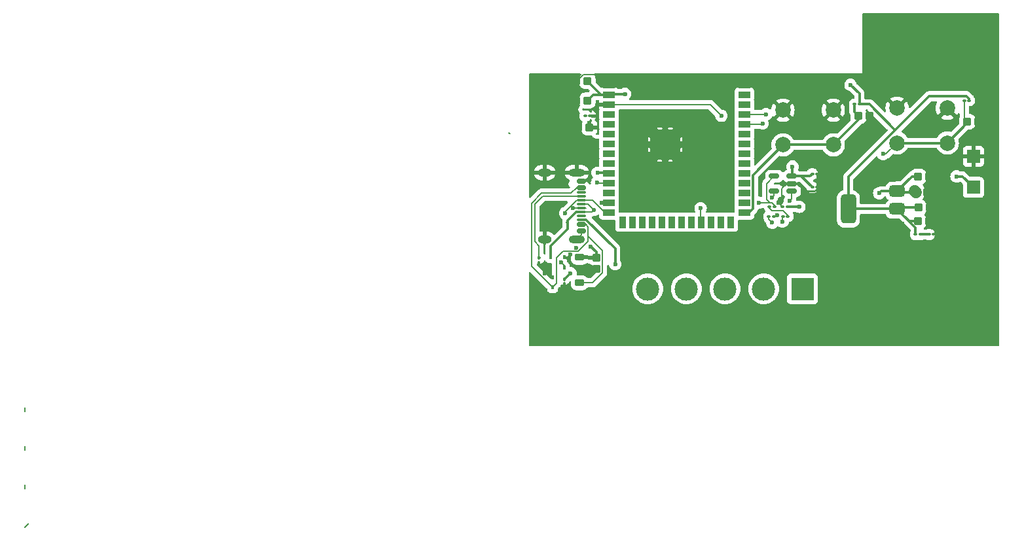
<source format=gbr>
%TF.GenerationSoftware,KiCad,Pcbnew,8.0.5*%
%TF.CreationDate,2024-11-05T12:43:32-08:00*%
%TF.ProjectId,PCB Board and Schematic,50434220-426f-4617-9264-20616e642053,rev?*%
%TF.SameCoordinates,Original*%
%TF.FileFunction,Copper,L1,Top*%
%TF.FilePolarity,Positive*%
%FSLAX46Y46*%
G04 Gerber Fmt 4.6, Leading zero omitted, Abs format (unit mm)*
G04 Created by KiCad (PCBNEW 8.0.5) date 2024-11-05 12:43:32*
%MOMM*%
%LPD*%
G01*
G04 APERTURE LIST*
G04 Aperture macros list*
%AMRoundRect*
0 Rectangle with rounded corners*
0 $1 Rounding radius*
0 $2 $3 $4 $5 $6 $7 $8 $9 X,Y pos of 4 corners*
0 Add a 4 corners polygon primitive as box body*
4,1,4,$2,$3,$4,$5,$6,$7,$8,$9,$2,$3,0*
0 Add four circle primitives for the rounded corners*
1,1,$1+$1,$2,$3*
1,1,$1+$1,$4,$5*
1,1,$1+$1,$6,$7*
1,1,$1+$1,$8,$9*
0 Add four rect primitives between the rounded corners*
20,1,$1+$1,$2,$3,$4,$5,0*
20,1,$1+$1,$4,$5,$6,$7,0*
20,1,$1+$1,$6,$7,$8,$9,0*
20,1,$1+$1,$8,$9,$2,$3,0*%
G04 Aperture macros list end*
%TA.AperFunction,SMDPad,CuDef*%
%ADD10RoundRect,0.250000X0.287500X0.275000X-0.287500X0.275000X-0.287500X-0.275000X0.287500X-0.275000X0*%
%TD*%
%TA.AperFunction,SMDPad,CuDef*%
%ADD11RoundRect,0.250000X-0.287500X-0.275000X0.287500X-0.275000X0.287500X0.275000X-0.287500X0.275000X0*%
%TD*%
%TA.AperFunction,SMDPad,CuDef*%
%ADD12R,0.400000X0.480000*%
%TD*%
%TA.AperFunction,SMDPad,CuDef*%
%ADD13RoundRect,0.100000X0.130000X0.100000X-0.130000X0.100000X-0.130000X-0.100000X0.130000X-0.100000X0*%
%TD*%
%TA.AperFunction,ComponentPad*%
%ADD14R,3.000000X3.000000*%
%TD*%
%TA.AperFunction,ComponentPad*%
%ADD15C,3.000000*%
%TD*%
%TA.AperFunction,ComponentPad*%
%ADD16C,2.000000*%
%TD*%
%TA.AperFunction,SMDPad,CuDef*%
%ADD17RoundRect,0.225000X-0.375000X0.225000X-0.375000X-0.225000X0.375000X-0.225000X0.375000X0.225000X0*%
%TD*%
%TA.AperFunction,SMDPad,CuDef*%
%ADD18RoundRect,0.100000X-0.130000X-0.100000X0.130000X-0.100000X0.130000X0.100000X-0.130000X0.100000X0*%
%TD*%
%TA.AperFunction,ComponentPad*%
%ADD19R,1.700000X1.700000*%
%TD*%
%TA.AperFunction,SMDPad,CuDef*%
%ADD20RoundRect,0.150000X0.512500X0.150000X-0.512500X0.150000X-0.512500X-0.150000X0.512500X-0.150000X0*%
%TD*%
%TA.AperFunction,SMDPad,CuDef*%
%ADD21RoundRect,0.100000X-0.100000X0.130000X-0.100000X-0.130000X0.100000X-0.130000X0.100000X0.130000X0*%
%TD*%
%TA.AperFunction,SMDPad,CuDef*%
%ADD22RoundRect,0.375000X0.625000X0.375000X-0.625000X0.375000X-0.625000X-0.375000X0.625000X-0.375000X0*%
%TD*%
%TA.AperFunction,SMDPad,CuDef*%
%ADD23RoundRect,0.500000X0.500000X1.400000X-0.500000X1.400000X-0.500000X-1.400000X0.500000X-1.400000X0*%
%TD*%
%TA.AperFunction,SMDPad,CuDef*%
%ADD24RoundRect,0.250000X0.275000X-0.287500X0.275000X0.287500X-0.275000X0.287500X-0.275000X-0.287500X0*%
%TD*%
%TA.AperFunction,SMDPad,CuDef*%
%ADD25RoundRect,0.150000X-0.425000X0.150000X-0.425000X-0.150000X0.425000X-0.150000X0.425000X0.150000X0*%
%TD*%
%TA.AperFunction,SMDPad,CuDef*%
%ADD26RoundRect,0.075000X-0.500000X0.075000X-0.500000X-0.075000X0.500000X-0.075000X0.500000X0.075000X0*%
%TD*%
%TA.AperFunction,ComponentPad*%
%ADD27O,2.100000X1.000000*%
%TD*%
%TA.AperFunction,ComponentPad*%
%ADD28O,1.800000X1.000000*%
%TD*%
%TA.AperFunction,SMDPad,CuDef*%
%ADD29R,1.500000X0.900000*%
%TD*%
%TA.AperFunction,SMDPad,CuDef*%
%ADD30R,0.900000X1.500000*%
%TD*%
%TA.AperFunction,HeatsinkPad*%
%ADD31C,0.600000*%
%TD*%
%TA.AperFunction,SMDPad,CuDef*%
%ADD32R,3.900000X3.900000*%
%TD*%
%TA.AperFunction,ViaPad*%
%ADD33C,0.600000*%
%TD*%
%TA.AperFunction,Conductor*%
%ADD34C,0.200000*%
%TD*%
%TA.AperFunction,Conductor*%
%ADD35C,0.300000*%
%TD*%
%TA.AperFunction,Conductor*%
%ADD36C,1.524000*%
%TD*%
G04 APERTURE END LIST*
D10*
%TO.P,C2,1*%
%TO.N,VCC_3V3*%
X108212500Y-53750000D03*
%TO.P,C2,2*%
%TO.N,VBat-*%
X106787500Y-53750000D03*
%TD*%
D11*
%TO.P,C9,1*%
%TO.N,CHIP_UP*%
X157325000Y-56500000D03*
%TO.P,C9,2*%
%TO.N,VBat-*%
X158750000Y-56500000D03*
%TD*%
D12*
%TO.P,D2,1*%
%TO.N,VBat-*%
X105200000Y-74040000D03*
%TO.P,D2,2*%
%TO.N,D+*%
X105200000Y-75360000D03*
%TD*%
D13*
%TO.P,R3,1*%
%TO.N,VCC_3V3*%
X143390000Y-54250000D03*
%TO.P,R3,2*%
%TO.N,GIPOO*%
X142750000Y-54250000D03*
%TD*%
D14*
%TO.P,J4,1,Pin_1*%
%TO.N,17*%
X136007500Y-78132500D03*
D15*
%TO.P,J4,2,Pin_2*%
%TO.N,18*%
X131007500Y-78132500D03*
%TO.P,J4,3,Pin_3*%
%TO.N,19*%
X126007500Y-78132500D03*
%TO.P,J4,4,Pin_4*%
%TO.N,20*%
X121007500Y-78132500D03*
%TO.P,J4,5,Pin_5*%
%TO.N,21*%
X116007500Y-78132500D03*
%TD*%
D16*
%TO.P,SW1,1,A*%
%TO.N,VBat-*%
X133500000Y-55000000D03*
X140000000Y-55000000D03*
%TO.P,SW1,2,B*%
%TO.N,GIPOO*%
X133500000Y-59500000D03*
X140000000Y-59500000D03*
%TD*%
D11*
%TO.P,C8,1*%
%TO.N,GIPOO*%
X143250000Y-55750000D03*
%TO.P,C8,2*%
%TO.N,VBat-*%
X144675000Y-55750000D03*
%TD*%
D17*
%TO.P,D4,1,K*%
%TO.N,VCC_5V*%
X107200000Y-74050000D03*
%TO.P,D4,2,A*%
%TO.N,Net-(D4-A)*%
X107200000Y-77350000D03*
%TD*%
D18*
%TO.P,R8,1*%
%TO.N,Net-(U3-PROG)*%
X131680000Y-68750000D03*
%TO.P,R8,2*%
%TO.N,VBat-*%
X132320000Y-68750000D03*
%TD*%
D11*
%TO.P,C4,1*%
%TO.N,VCC_3V3*%
X150950000Y-69370000D03*
%TO.P,C4,2*%
%TO.N,VBat-*%
X152375000Y-69370000D03*
%TD*%
D18*
%TO.P,C11,1*%
%TO.N,VBat-*%
X133430000Y-67500000D03*
%TO.P,C11,2*%
%TO.N,VCC_5V*%
X134070000Y-67500000D03*
%TD*%
D19*
%TO.P,J2,1,Pin_1*%
%TO.N,VBat+*%
X158125000Y-65000000D03*
%TD*%
D13*
%TO.P,D1,1,K*%
%TO.N,VBat-*%
X153020000Y-71100000D03*
%TO.P,D1,2,A*%
%TO.N,Net-(D1-A)*%
X152380000Y-71100000D03*
%TD*%
D18*
%TO.P,R1,1*%
%TO.N,ESP_3V3*%
X107930000Y-55750000D03*
%TO.P,R1,2*%
%TO.N,CHIP_UP*%
X108570000Y-55750000D03*
%TD*%
D20*
%TO.P,U3,1,STAT*%
%TO.N,Net-(U3-STAT)*%
X134637500Y-65450000D03*
%TO.P,U3,2,V_{SS}*%
%TO.N,VBat-*%
X134637500Y-64500000D03*
%TO.P,U3,3,V_{BAT}*%
%TO.N,VBat+*%
X134637500Y-63550000D03*
%TO.P,U3,4,V_{DD}*%
%TO.N,VCC_5V*%
X132362500Y-63550000D03*
%TO.P,U3,5,PROG*%
%TO.N,Net-(U3-PROG)*%
X132362500Y-65450000D03*
%TD*%
D12*
%TO.P,D9,1*%
%TO.N,VBat-*%
X103700000Y-76630000D03*
%TO.P,D9,2*%
%TO.N,Net-(D4-A)*%
X103700000Y-77950000D03*
%TD*%
D21*
%TO.P,R5,1*%
%TO.N,Net-(J1-CC1)*%
X101950000Y-74130000D03*
%TO.P,R5,2*%
%TO.N,VBat-*%
X101950000Y-74770000D03*
%TD*%
D18*
%TO.P,C13,1*%
%TO.N,VBat+*%
X137275000Y-65000000D03*
%TO.P,C13,2*%
%TO.N,VBat-*%
X137915000Y-65000000D03*
%TD*%
D22*
%TO.P,U2,1,GND*%
%TO.N,VBat-*%
X148250000Y-70100000D03*
%TO.P,U2,2,VO*%
%TO.N,VCC_3V3*%
X148250000Y-67800000D03*
D23*
X141950000Y-67800000D03*
D22*
%TO.P,U2,3,VI*%
%TO.N,VCC_5V*%
X148250000Y-65500000D03*
%TD*%
D24*
%TO.P,C10,1*%
%TO.N,VBat-*%
X109340000Y-75517500D03*
%TO.P,C10,2*%
%TO.N,VCC_5V*%
X109340000Y-74092500D03*
%TD*%
D18*
%TO.P,C12,1*%
%TO.N,VBat+*%
X137275000Y-63250000D03*
%TO.P,C12,2*%
%TO.N,VBat-*%
X137915000Y-63250000D03*
%TD*%
D16*
%TO.P,SW3,1,A*%
%TO.N,VBat-*%
X148250000Y-54750000D03*
X154750000Y-54750000D03*
%TO.P,SW3,2,B*%
%TO.N,CHIP_UP*%
X148250000Y-59250000D03*
X154750000Y-59250000D03*
%TD*%
D11*
%TO.P,C6,1*%
%TO.N,VCC_5V*%
X150737500Y-65600000D03*
%TO.P,C6,2*%
%TO.N,VBat-*%
X152162500Y-65600000D03*
%TD*%
D18*
%TO.P,D5,1,K*%
%TO.N,Net-(D5-K)*%
X131750000Y-67500000D03*
%TO.P,D5,2,A*%
%TO.N,VCC_5V*%
X132390000Y-67500000D03*
%TD*%
D19*
%TO.P,J3,1,Pin_1*%
%TO.N,VBat-*%
X158125000Y-61000000D03*
%TD*%
D10*
%TO.P,C3,1*%
%TO.N,VCC_3V3*%
X108212500Y-51250000D03*
%TO.P,C3,2*%
%TO.N,VBat-*%
X106787500Y-51250000D03*
%TD*%
D21*
%TO.P,R6,1*%
%TO.N,CC2*%
X105200000Y-76880000D03*
%TO.P,R6,2*%
%TO.N,VBat-*%
X105200000Y-77520000D03*
%TD*%
D18*
%TO.P,R7,1*%
%TO.N,Net-(U3-STAT)*%
X133500000Y-68750000D03*
%TO.P,R7,2*%
%TO.N,Net-(D5-K)*%
X134140000Y-68750000D03*
%TD*%
D25*
%TO.P,J1,A1,GND*%
%TO.N,VBat-*%
X107425000Y-64215000D03*
%TO.P,J1,A4,VBUS*%
%TO.N,Net-(D4-A)*%
X107425000Y-65015000D03*
D26*
%TO.P,J1,A5,CC1*%
%TO.N,Net-(J1-CC1)*%
X107425000Y-66165000D03*
%TO.P,J1,A6,D+*%
%TO.N,D-*%
X107425000Y-67165000D03*
%TO.P,J1,A7,D-*%
%TO.N,D+*%
X107425000Y-67665000D03*
%TO.P,J1,A8,SBU1*%
%TO.N,unconnected-(J1-SBU1-PadA8)*%
X107425000Y-68665000D03*
D25*
%TO.P,J1,A9,VBUS*%
%TO.N,Net-(D4-A)*%
X107425000Y-69815000D03*
%TO.P,J1,A12,GND*%
%TO.N,VBat-*%
X107425000Y-70615000D03*
%TO.P,J1,B1,GND*%
X107425000Y-70615000D03*
%TO.P,J1,B4,VBUS*%
%TO.N,Net-(D4-A)*%
X107425000Y-69815000D03*
D26*
%TO.P,J1,B5,CC2*%
%TO.N,CC2*%
X107425000Y-69165000D03*
%TO.P,J1,B6,D+*%
%TO.N,D-*%
X107425000Y-68165000D03*
%TO.P,J1,B7,D-*%
%TO.N,D+*%
X107425000Y-66665000D03*
%TO.P,J1,B8,SBU2*%
%TO.N,unconnected-(J1-SBU2-PadB8)*%
X107425000Y-65665000D03*
D25*
%TO.P,J1,B9,VBUS*%
%TO.N,Net-(D4-A)*%
X107425000Y-65015000D03*
%TO.P,J1,B12,GND*%
%TO.N,VBat-*%
X107425000Y-64215000D03*
D27*
%TO.P,J1,S1,SHIELD*%
X106850000Y-63095000D03*
D28*
X102670000Y-63095000D03*
D27*
X106850000Y-71735000D03*
D28*
X102670000Y-71735000D03*
%TD*%
D29*
%TO.P,U1,1,GND*%
%TO.N,VBat-*%
X111000000Y-51750000D03*
%TO.P,U1,2,3V3*%
%TO.N,VCC_3V3*%
X111000000Y-53020000D03*
%TO.P,U1,3,EN*%
%TO.N,CHIP_UP*%
X111000000Y-54290000D03*
%TO.P,U1,4,IO4*%
%TO.N,unconnected-(U1-IO4-Pad4)*%
X111000000Y-55560000D03*
%TO.P,U1,5,IO5*%
%TO.N,unconnected-(U1-IO5-Pad5)*%
X111000000Y-56830000D03*
%TO.P,U1,6,IO6*%
%TO.N,unconnected-(U1-IO6-Pad6)*%
X111000000Y-58100000D03*
%TO.P,U1,7,IO7*%
%TO.N,unconnected-(U1-IO7-Pad7)*%
X111000000Y-59370000D03*
%TO.P,U1,8,IO15*%
%TO.N,unconnected-(U1-IO15-Pad8)*%
X111000000Y-60640000D03*
%TO.P,U1,9,IO16*%
%TO.N,unconnected-(U1-IO16-Pad9)*%
X111000000Y-61910000D03*
%TO.P,U1,10,IO17*%
%TO.N,19*%
X111000000Y-63180000D03*
%TO.P,U1,11,IO18*%
%TO.N,20*%
X111000000Y-64450000D03*
%TO.P,U1,12,IO8*%
%TO.N,unconnected-(U1-IO8-Pad12)*%
X111000000Y-65720000D03*
%TO.P,U1,13,IO19*%
%TO.N,D-*%
X111000000Y-66990000D03*
%TO.P,U1,14,IO20*%
%TO.N,D+*%
X111000000Y-68260000D03*
D30*
%TO.P,U1,15,IO3*%
%TO.N,unconnected-(U1-IO3-Pad15)*%
X112765000Y-69510000D03*
%TO.P,U1,16,IO46*%
%TO.N,unconnected-(U1-IO46-Pad16)*%
X114035000Y-69510000D03*
%TO.P,U1,17,IO9*%
%TO.N,unconnected-(U1-IO9-Pad17)*%
X115305000Y-69510000D03*
%TO.P,U1,18,IO10*%
%TO.N,unconnected-(U1-IO10-Pad18)*%
X116575000Y-69510000D03*
%TO.P,U1,19,IO11*%
%TO.N,unconnected-(U1-IO11-Pad19)*%
X117845000Y-69510000D03*
%TO.P,U1,20,IO12*%
%TO.N,unconnected-(U1-IO12-Pad20)*%
X119115000Y-69510000D03*
%TO.P,U1,21,IO13*%
%TO.N,unconnected-(U1-IO13-Pad21)*%
X120385000Y-69510000D03*
%TO.P,U1,22,IO14*%
%TO.N,unconnected-(U1-IO14-Pad22)*%
X121655000Y-69510000D03*
%TO.P,U1,23,IO21*%
%TO.N,21*%
X122925000Y-69510000D03*
%TO.P,U1,24,IO47*%
%TO.N,unconnected-(U1-IO47-Pad24)*%
X124195000Y-69510000D03*
%TO.P,U1,25,IO48*%
%TO.N,unconnected-(U1-IO48-Pad25)*%
X125465000Y-69510000D03*
%TO.P,U1,26,IO45*%
%TO.N,unconnected-(U1-IO45-Pad26)*%
X126735000Y-69510000D03*
D29*
%TO.P,U1,27,IO0*%
%TO.N,GIPOO*%
X128500000Y-68260000D03*
%TO.P,U1,28,IO35*%
%TO.N,unconnected-(U1-IO35-Pad28)*%
X128500000Y-66990000D03*
%TO.P,U1,29,IO36*%
%TO.N,unconnected-(U1-IO36-Pad29)*%
X128500000Y-65720000D03*
%TO.P,U1,30,IO37*%
%TO.N,unconnected-(U1-IO37-Pad30)*%
X128500000Y-64450000D03*
%TO.P,U1,31,IO38*%
%TO.N,unconnected-(U1-IO38-Pad31)*%
X128500000Y-63180000D03*
%TO.P,U1,32,IO39*%
%TO.N,unconnected-(U1-IO39-Pad32)*%
X128500000Y-61910000D03*
%TO.P,U1,33,IO40*%
%TO.N,unconnected-(U1-IO40-Pad33)*%
X128500000Y-60640000D03*
%TO.P,U1,34,IO41*%
%TO.N,unconnected-(U1-IO41-Pad34)*%
X128500000Y-59370000D03*
%TO.P,U1,35,IO42*%
%TO.N,unconnected-(U1-IO42-Pad35)*%
X128500000Y-58100000D03*
%TO.P,U1,36,RXD0*%
%TO.N,18*%
X128500000Y-56830000D03*
%TO.P,U1,37,TXD0*%
%TO.N,17*%
X128500000Y-55560000D03*
%TO.P,U1,38,IO2*%
%TO.N,unconnected-(U1-IO2-Pad38)*%
X128500000Y-54290000D03*
%TO.P,U1,39,IO1*%
%TO.N,unconnected-(U1-IO1-Pad39)*%
X128500000Y-53020000D03*
%TO.P,U1,40,GND*%
%TO.N,VBat-*%
X128500000Y-51750000D03*
D31*
%TO.P,U1,41,GND*%
X116850000Y-58770000D03*
X116850000Y-60170000D03*
X117550000Y-58070000D03*
X117550000Y-59470000D03*
X117550000Y-60870000D03*
X118250000Y-58770000D03*
D32*
X118250000Y-59470000D03*
D31*
X118250000Y-60170000D03*
X118950000Y-58070000D03*
X118950000Y-59470000D03*
X118950000Y-60870000D03*
X119650000Y-58770000D03*
X119650000Y-60170000D03*
%TD*%
D12*
%TO.P,D3,1*%
%TO.N,VBat-*%
X103450000Y-75360000D03*
%TO.P,D3,2*%
%TO.N,D-*%
X103450000Y-74040000D03*
%TD*%
D11*
%TO.P,C1,1*%
%TO.N,VBat-*%
X107037500Y-57250000D03*
%TO.P,C1,2*%
%TO.N,CHIP_UP*%
X108462500Y-57250000D03*
%TD*%
%TO.P,C5,1*%
%TO.N,VCC_3V3*%
X151025000Y-67620000D03*
%TO.P,C5,2*%
%TO.N,VBat-*%
X152450000Y-67620000D03*
%TD*%
D13*
%TO.P,R4,1*%
%TO.N,VCC_3V3*%
X157570000Y-53750000D03*
%TO.P,R4,2*%
%TO.N,CHIP_UP*%
X156930000Y-53750000D03*
%TD*%
D18*
%TO.P,R2,1*%
%TO.N,VCC_3V3*%
X150630000Y-71100000D03*
%TO.P,R2,2*%
%TO.N,Net-(D1-A)*%
X151270000Y-71100000D03*
%TD*%
D11*
%TO.P,C7,1*%
%TO.N,VCC_5V*%
X150987500Y-63600000D03*
%TO.P,C7,2*%
%TO.N,VBat-*%
X152412500Y-63600000D03*
%TD*%
D33*
%TO.N,VBat-*%
X132941573Y-66970320D03*
X106780000Y-72820000D03*
X153950000Y-65610000D03*
X145680000Y-56700000D03*
X105850000Y-57200000D03*
X153500000Y-55950000D03*
X108250000Y-75600000D03*
X104700000Y-78150000D03*
X153990000Y-67590000D03*
X106850000Y-61580000D03*
X102590000Y-61580000D03*
X102724265Y-76125735D03*
X154140000Y-71110000D03*
X156270000Y-60950000D03*
X105990000Y-73720000D03*
X149450000Y-53500000D03*
X102670000Y-70770000D03*
X158660000Y-54820000D03*
X154070000Y-69400000D03*
X130020000Y-51730000D03*
X134780000Y-53690000D03*
X148280000Y-71970000D03*
X105320000Y-51220000D03*
X105490000Y-53730000D03*
X132771614Y-68600000D03*
X153870000Y-63770000D03*
X142840000Y-60860000D03*
X141700000Y-56500000D03*
%TO.N,CHIP_UP*%
X146440000Y-60680000D03*
X125530000Y-55730000D03*
%TO.N,VCC_3V3*%
X113060000Y-52900000D03*
X142230000Y-51730000D03*
%TO.N,VCC_5V*%
X145940000Y-65750000D03*
X108620000Y-72650000D03*
X135620000Y-67520000D03*
X130407500Y-66990000D03*
%TO.N,VBat+*%
X155930000Y-63590000D03*
X134730000Y-62320000D03*
%TO.N,D+*%
X105330000Y-68340000D03*
X104799999Y-74738259D03*
X106341865Y-67656607D03*
%TO.N,D-*%
X110054265Y-66995735D03*
X109070000Y-67920000D03*
%TO.N,CC2*%
X111800000Y-74940000D03*
X106010000Y-76110000D03*
%TO.N,Net-(U3-STAT)*%
X134390000Y-66730000D03*
X133450000Y-69420000D03*
%TO.N,Net-(U3-PROG)*%
X132060000Y-66360000D03*
X132100000Y-69560000D03*
%TO.N,17*%
X131310000Y-55540000D03*
%TO.N,20*%
X109450000Y-64370000D03*
%TO.N,21*%
X122840000Y-67700000D03*
%TO.N,19*%
X109510000Y-63130000D03*
%TO.N,18*%
X130860000Y-56720000D03*
%TD*%
D34*
%TO.N,*%
X35500000Y-104000000D02*
X35500000Y-103500000D01*
X35500000Y-99000000D02*
X35500000Y-98500000D01*
X35500000Y-93500000D02*
X35500000Y-94000000D01*
X98120000Y-58050000D02*
X97990000Y-57920000D01*
X98170000Y-58050000D02*
X98120000Y-58050000D01*
X35500000Y-109000000D02*
X36000000Y-108500000D01*
%TO.N,VBat-*%
X132941573Y-66970320D02*
X132941573Y-67011573D01*
X102695000Y-63095000D02*
X102670000Y-63095000D01*
X106560000Y-53750000D02*
X106540000Y-53730000D01*
X134637500Y-64500000D02*
X135690552Y-64500000D01*
X133325000Y-66586893D02*
X132941573Y-66970320D01*
X137915000Y-65345000D02*
X137915000Y-63250000D01*
X105200000Y-74040000D02*
X105670000Y-74040000D01*
X134637500Y-64500000D02*
X133975001Y-64500000D01*
X154840000Y-54660000D02*
X154750000Y-54750000D01*
X133325000Y-65150001D02*
X133325000Y-66586893D01*
X133500000Y-55000000D02*
X133230000Y-55000000D01*
X152412500Y-65350000D02*
X152162500Y-65600000D01*
X132941573Y-67011573D02*
X133430000Y-67500000D01*
X102724265Y-76125735D02*
X103195735Y-76125735D01*
X137915000Y-63250000D02*
X140450000Y-63250000D01*
X152450000Y-69295000D02*
X152375000Y-69370000D01*
X107425000Y-70615000D02*
X107425000Y-71160000D01*
X137915000Y-65199999D02*
X137915000Y-65000000D01*
X137594999Y-65520000D02*
X137915000Y-65199999D01*
X134637500Y-64500000D02*
X135299999Y-64500000D01*
X105670000Y-74040000D02*
X105990000Y-73720000D01*
X106787500Y-51250000D02*
X106865256Y-51250000D01*
X135299999Y-64500000D02*
X136299999Y-65500000D01*
X136299999Y-65500000D02*
X137760000Y-65500000D01*
X109675000Y-50425000D02*
X111000000Y-51750000D01*
X137760000Y-65500000D02*
X137915000Y-65345000D01*
X136710552Y-65520000D02*
X137594999Y-65520000D01*
X132320000Y-68750000D02*
X132621614Y-68750000D01*
X106865256Y-51250000D02*
X107690256Y-50425000D01*
X105200000Y-77650000D02*
X104700000Y-78150000D01*
X107425000Y-71160000D02*
X106850000Y-71735000D01*
D35*
X103440000Y-75370000D02*
X103440000Y-75380000D01*
D34*
X105200000Y-77520000D02*
X105200000Y-77650000D01*
X141700000Y-56500000D02*
X141500000Y-56500000D01*
X107735000Y-63095000D02*
X106850000Y-63095000D01*
X106666839Y-71918161D02*
X106850000Y-71735000D01*
X106787500Y-53750000D02*
X106560000Y-53750000D01*
X107690256Y-50425000D02*
X109675000Y-50425000D01*
X140450000Y-63250000D02*
X142840000Y-60860000D01*
X145680000Y-56700000D02*
X145625000Y-56700000D01*
X152412500Y-63600000D02*
X152412500Y-63097500D01*
X108485000Y-64215000D02*
X108670000Y-64030000D01*
X158750000Y-54910000D02*
X158660000Y-54820000D01*
X132621614Y-68750000D02*
X132771614Y-68600000D01*
X107037500Y-54000000D02*
X106787500Y-53750000D01*
X135690552Y-64500000D02*
X136710552Y-65520000D01*
D35*
X103450000Y-75360000D02*
X103440000Y-75370000D01*
D34*
X133975001Y-64500000D02*
X133325000Y-65150001D01*
X106540000Y-53730000D02*
X106787500Y-53482500D01*
X103195735Y-76125735D02*
X103700000Y-76630000D01*
%TO.N,CHIP_UP*%
X111000000Y-54290000D02*
X124090000Y-54290000D01*
X146440000Y-60680000D02*
X146820000Y-60680000D01*
X156930000Y-56105000D02*
X156930000Y-53750000D01*
X110030000Y-54290000D02*
X111000000Y-54290000D01*
X124090000Y-54290000D02*
X125530000Y-55730000D01*
D35*
X148250000Y-59250000D02*
X154750000Y-59250000D01*
D34*
X157325000Y-56500000D02*
X156930000Y-56105000D01*
D35*
X154750000Y-59250000D02*
X157325000Y-56675000D01*
D34*
X110470000Y-54290000D02*
X111000000Y-54290000D01*
D35*
X157325000Y-56675000D02*
X157325000Y-56500000D01*
D34*
X146820000Y-60680000D02*
X148250000Y-59250000D01*
D35*
%TO.N,VCC_3V3*%
X148010406Y-57580406D02*
X152390811Y-53200000D01*
X108212500Y-51250000D02*
X109982500Y-53020000D01*
X109982500Y-53020000D02*
X111000000Y-53020000D01*
X150950000Y-69370000D02*
X149820000Y-69370000D01*
X148010406Y-57580406D02*
X144680000Y-54250000D01*
X143390000Y-54250000D02*
X143390000Y-52890000D01*
X151025000Y-67620000D02*
X148430000Y-67620000D01*
X144680000Y-54250000D02*
X143390000Y-54250000D01*
X111120000Y-52900000D02*
X111000000Y-53020000D01*
X150630000Y-70180000D02*
X149112500Y-68662500D01*
X152390811Y-53200000D02*
X157250000Y-53200000D01*
X150630000Y-71100000D02*
X150630000Y-70180000D01*
X108942500Y-53020000D02*
X108212500Y-53750000D01*
X141950000Y-67800000D02*
X141950000Y-63640811D01*
X111000000Y-53020000D02*
X108942500Y-53020000D01*
X113060000Y-52900000D02*
X111120000Y-52900000D01*
X157250000Y-53200000D02*
X157570000Y-53520000D01*
X143390000Y-52890000D02*
X142230000Y-51730000D01*
X157570000Y-53520000D02*
X157570000Y-53750000D01*
X148430000Y-67620000D02*
X148250000Y-67800000D01*
X148250000Y-67800000D02*
X141950000Y-67800000D01*
X141950000Y-63640811D02*
X148010406Y-57580406D01*
X149112500Y-68662500D02*
X148250000Y-67800000D01*
X149820000Y-69370000D02*
X149112500Y-68662500D01*
%TO.N,GIPOO*%
X129600000Y-67790000D02*
X129130000Y-68260000D01*
X133500000Y-59500000D02*
X129600000Y-63400000D01*
X133500000Y-59500000D02*
X140000000Y-59500000D01*
X129130000Y-68260000D02*
X128500000Y-68260000D01*
X143250000Y-56250000D02*
X140000000Y-59500000D01*
X143250000Y-55750000D02*
X143250000Y-56250000D01*
X129600000Y-63400000D02*
X129600000Y-67790000D01*
X142750000Y-55250000D02*
X143250000Y-55750000D01*
X142750000Y-54250000D02*
X142750000Y-55250000D01*
D34*
%TO.N,VCC_5V*%
X131400000Y-64512500D02*
X131400000Y-66548529D01*
X131400000Y-66548529D02*
X131841471Y-66990000D01*
D36*
X150563000Y-65500000D02*
X150663000Y-65600000D01*
D35*
X150150000Y-63600000D02*
X148250000Y-65500000D01*
D34*
X132038456Y-66990000D02*
X130407500Y-66990000D01*
X131841471Y-66990000D02*
X132040000Y-66990000D01*
D35*
X146190000Y-65500000D02*
X145940000Y-65750000D01*
D34*
X132362500Y-63550000D02*
X131400000Y-64512500D01*
D35*
X150987500Y-63600000D02*
X150150000Y-63600000D01*
D36*
X148250000Y-65500000D02*
X148250000Y-65479046D01*
D35*
X148350000Y-65600000D02*
X148250000Y-65500000D01*
X107242500Y-74092500D02*
X107200000Y-74050000D01*
D34*
X132390000Y-67340000D02*
X132390000Y-67500000D01*
D35*
X109340000Y-73370000D02*
X108620000Y-72650000D01*
D34*
X132040000Y-66990000D02*
X132390000Y-67340000D01*
D35*
X150737500Y-65600000D02*
X148350000Y-65600000D01*
X109340000Y-74092500D02*
X109340000Y-73370000D01*
X135620000Y-67520000D02*
X134090000Y-67520000D01*
X148250000Y-65500000D02*
X146190000Y-65500000D01*
D34*
X132390000Y-67500000D02*
X132390000Y-67341544D01*
X132390000Y-67341544D02*
X132038456Y-66990000D01*
D35*
X134090000Y-67520000D02*
X134070000Y-67500000D01*
%TO.N,VBat+*%
X134730000Y-63457500D02*
X134637500Y-63550000D01*
X135825000Y-63550000D02*
X137275000Y-65000000D01*
X134637500Y-63550000D02*
X136975000Y-63550000D01*
X156715000Y-63590000D02*
X158125000Y-65000000D01*
X134637500Y-63550000D02*
X135825000Y-63550000D01*
X134730000Y-62320000D02*
X134730000Y-63457500D01*
X136975000Y-63550000D02*
X137275000Y-63250000D01*
X155930000Y-63590000D02*
X156715000Y-63590000D01*
%TO.N,Net-(D1-A)*%
X152380000Y-71100000D02*
X151270000Y-71100000D01*
D34*
%TO.N,D+*%
X107425000Y-66665000D02*
X108875000Y-66665000D01*
X106341865Y-67656607D02*
X107416607Y-67656607D01*
X105330000Y-68152590D02*
X105330000Y-68340000D01*
X105200000Y-75360000D02*
X105200000Y-75138260D01*
X107425000Y-67665000D02*
X108010000Y-67665000D01*
X107416607Y-67656607D02*
X107425000Y-67665000D01*
X107425000Y-66665000D02*
X106817590Y-66665000D01*
X110470000Y-68260000D02*
X111000000Y-68260000D01*
X108875000Y-66665000D02*
X110470000Y-68260000D01*
X106817590Y-66665000D02*
X105330000Y-68152590D01*
X105200000Y-75138260D02*
X104799999Y-74738259D01*
%TO.N,D-*%
X108315000Y-67165000D02*
X107425000Y-67165000D01*
D35*
X106746880Y-68165000D02*
X107425000Y-68165000D01*
D34*
X111000000Y-66990000D02*
X110060000Y-66990000D01*
X109070000Y-67920000D02*
X108825000Y-68165000D01*
X109070000Y-67920000D02*
X108315000Y-67165000D01*
D35*
X105625000Y-69530000D02*
X105600000Y-69530000D01*
X105625000Y-70382082D02*
X105625000Y-69530000D01*
D34*
X108825000Y-68165000D02*
X107425000Y-68165000D01*
D35*
X103450000Y-72557082D02*
X105625000Y-70382082D01*
X105625000Y-69286880D02*
X106746880Y-68165000D01*
X103450000Y-74040000D02*
X103450000Y-72557082D01*
X105625000Y-69530000D02*
X105625000Y-69286880D01*
D34*
X110060000Y-66990000D02*
X110054265Y-66995735D01*
%TO.N,Net-(D5-K)*%
X134140000Y-68591544D02*
X133548456Y-68000000D01*
X133548456Y-68000000D02*
X132091544Y-68000000D01*
X134140000Y-68750000D02*
X134140000Y-68591544D01*
X132091544Y-68000000D02*
X131750000Y-67658456D01*
X131750000Y-67658456D02*
X131750000Y-67500000D01*
D35*
%TO.N,CC2*%
X105970000Y-76110000D02*
X105200000Y-76880000D01*
X108061262Y-69165000D02*
X111800000Y-72903738D01*
X107425000Y-69165000D02*
X108061262Y-69165000D01*
X111800000Y-72903738D02*
X111800000Y-74940000D01*
X106010000Y-76110000D02*
X105970000Y-76110000D01*
D34*
%TO.N,Net-(J1-CC1)*%
X101420000Y-67170000D02*
X101420000Y-72016371D01*
D35*
X101960000Y-74130000D02*
X101970000Y-74140000D01*
D34*
X101420000Y-72016371D02*
X101950000Y-72546371D01*
X102425000Y-66165000D02*
X101420000Y-67170000D01*
X107425000Y-66165000D02*
X102425000Y-66165000D01*
D35*
X101950000Y-74130000D02*
X101960000Y-74130000D01*
D34*
X101950000Y-72546371D02*
X101950000Y-74130000D01*
%TO.N,Net-(U3-STAT)*%
X134637500Y-65450000D02*
X134637500Y-66482500D01*
X133450000Y-69420000D02*
X133450000Y-68800000D01*
X134637500Y-66482500D02*
X134390000Y-66730000D01*
X133450000Y-68800000D02*
X133500000Y-68750000D01*
%TO.N,Net-(U3-PROG)*%
X132362500Y-65450000D02*
X132362500Y-66057500D01*
X132100000Y-69560000D02*
X131680000Y-69140000D01*
X131680000Y-69140000D02*
X131680000Y-68750000D01*
X132362500Y-66057500D02*
X132060000Y-66360000D01*
%TO.N,17*%
X131310000Y-55540000D02*
X131290000Y-55560000D01*
D35*
X128790000Y-55850000D02*
X128500000Y-55560000D01*
D34*
X131290000Y-55560000D02*
X128500000Y-55560000D01*
%TO.N,20*%
X111000000Y-64450000D02*
X109530000Y-64450000D01*
X109530000Y-64450000D02*
X109450000Y-64370000D01*
D35*
%TO.N,21*%
X122870000Y-69455000D02*
X122925000Y-69510000D01*
D34*
X122840000Y-69425000D02*
X122925000Y-69510000D01*
X122840000Y-67700000D02*
X122840000Y-69425000D01*
D35*
%TO.N,19*%
X110950000Y-63130000D02*
X111000000Y-63180000D01*
X109510000Y-63130000D02*
X110950000Y-63130000D01*
D34*
%TO.N,18*%
X130860000Y-56720000D02*
X130750000Y-56830000D01*
X130750000Y-56830000D02*
X128500000Y-56830000D01*
D35*
X128670000Y-57000000D02*
X128500000Y-56830000D01*
D34*
%TO.N,Net-(D4-A)*%
X110165000Y-76039744D02*
X110165000Y-73175000D01*
X100970000Y-67054314D02*
X102259314Y-65765000D01*
X105050000Y-73300000D02*
X104200000Y-74150000D01*
X110165000Y-73175000D02*
X108300000Y-71310000D01*
X107999999Y-69815000D02*
X108300000Y-70115001D01*
X100970000Y-75220000D02*
X100970000Y-67054314D01*
X106966371Y-73300000D02*
X105050000Y-73300000D01*
X103700000Y-77950000D02*
X100970000Y-75220000D01*
X107200000Y-77350000D02*
X108854744Y-77350000D01*
X108300000Y-70115001D02*
X108300000Y-71966371D01*
X106100001Y-65765000D02*
X106850001Y-65015000D01*
X104200000Y-77450000D02*
X103700000Y-77950000D01*
X108854744Y-77350000D02*
X110165000Y-76039744D01*
X108300000Y-71966371D02*
X106966371Y-73300000D01*
X102259314Y-65765000D02*
X106100001Y-65765000D01*
X104200000Y-74150000D02*
X104200000Y-77450000D01*
X106850001Y-65015000D02*
X107425000Y-65015000D01*
X107425000Y-69815000D02*
X107999999Y-69815000D01*
%TD*%
%TA.AperFunction,Conductor*%
%TO.N,VCC_5V*%
G36*
X108316177Y-73819685D02*
G01*
X108336819Y-73836319D01*
X108343000Y-73842500D01*
X109440500Y-73842500D01*
X109507539Y-73862185D01*
X109553294Y-73914989D01*
X109564500Y-73966500D01*
X109564500Y-74218500D01*
X109544815Y-74285539D01*
X109492011Y-74331294D01*
X109440500Y-74342500D01*
X108365862Y-74342500D01*
X108298823Y-74322815D01*
X108278181Y-74306181D01*
X108272000Y-74300000D01*
X107074000Y-74300000D01*
X107006961Y-74280315D01*
X106961206Y-74227511D01*
X106950000Y-74176000D01*
X106950000Y-74021219D01*
X106969685Y-73954180D01*
X107022489Y-73908425D01*
X107041906Y-73901444D01*
X107045425Y-73900501D01*
X107045428Y-73900501D01*
X107198156Y-73859577D01*
X107272572Y-73816612D01*
X107334571Y-73800000D01*
X108249138Y-73800000D01*
X108316177Y-73819685D01*
G37*
%TD.AperFunction*%
%TD*%
%TA.AperFunction,Conductor*%
%TO.N,CHIP_UP*%
G36*
X109693039Y-53690185D02*
G01*
X109738794Y-53742989D01*
X109750000Y-53794500D01*
X109750000Y-54040000D01*
X111126000Y-54040000D01*
X111193039Y-54059685D01*
X111238794Y-54112489D01*
X111250000Y-54164000D01*
X111250000Y-54416000D01*
X111230315Y-54483039D01*
X111177511Y-54528794D01*
X111126000Y-54540000D01*
X109750000Y-54540000D01*
X109750000Y-54787844D01*
X109756401Y-54847372D01*
X109756403Y-54847379D01*
X109768925Y-54880952D01*
X109773909Y-54950643D01*
X109768925Y-54967617D01*
X109755909Y-55002514D01*
X109755908Y-55002516D01*
X109749501Y-55062116D01*
X109749500Y-55062135D01*
X109749500Y-56057870D01*
X109749501Y-56057876D01*
X109755908Y-56117481D01*
X109768659Y-56151669D01*
X109773642Y-56221361D01*
X109768659Y-56238331D01*
X109755908Y-56272518D01*
X109749501Y-56332116D01*
X109749500Y-56332135D01*
X109749500Y-57327870D01*
X109749501Y-57327876D01*
X109755908Y-57387481D01*
X109768659Y-57421669D01*
X109773642Y-57491361D01*
X109768659Y-57508331D01*
X109755908Y-57542518D01*
X109749501Y-57602116D01*
X109749500Y-57602135D01*
X109749500Y-58065733D01*
X109729815Y-58132772D01*
X109677011Y-58178527D01*
X109636067Y-58189282D01*
X109439002Y-58206136D01*
X109370529Y-58192236D01*
X109320440Y-58143523D01*
X109304640Y-58075463D01*
X109328143Y-58009665D01*
X109340760Y-57994899D01*
X109342318Y-57993340D01*
X109434356Y-57844124D01*
X109434358Y-57844119D01*
X109489505Y-57677697D01*
X109489506Y-57677690D01*
X109499999Y-57574986D01*
X109500000Y-57574973D01*
X109500000Y-57500000D01*
X108336500Y-57500000D01*
X108269461Y-57480315D01*
X108223706Y-57427511D01*
X108212500Y-57376000D01*
X108212500Y-56519663D01*
X108232185Y-56452624D01*
X108284989Y-56406869D01*
X108289048Y-56405102D01*
X108362841Y-56374536D01*
X108488282Y-56278282D01*
X108547625Y-56200943D01*
X108604052Y-56159742D01*
X108673798Y-56155587D01*
X108734718Y-56189799D01*
X108767471Y-56251516D01*
X108770000Y-56276431D01*
X108770000Y-56384138D01*
X108750315Y-56451177D01*
X108733681Y-56471819D01*
X108712500Y-56493000D01*
X108712500Y-57000000D01*
X109499999Y-57000000D01*
X109499999Y-56925028D01*
X109499998Y-56925013D01*
X109489505Y-56822302D01*
X109434358Y-56655880D01*
X109434356Y-56655875D01*
X109342315Y-56506654D01*
X109218344Y-56382683D01*
X109212677Y-56378202D01*
X109213636Y-56376987D01*
X109172553Y-56331306D01*
X109161335Y-56262343D01*
X109186004Y-56202234D01*
X109224098Y-56152590D01*
X109224099Y-56152587D01*
X109284555Y-56006631D01*
X109292012Y-55950000D01*
X108784500Y-55950000D01*
X108717461Y-55930315D01*
X108671706Y-55877511D01*
X108660500Y-55826001D01*
X108660499Y-55674001D01*
X108680183Y-55606961D01*
X108732987Y-55561206D01*
X108784499Y-55550000D01*
X109292010Y-55550000D01*
X109292011Y-55549998D01*
X109284557Y-55493372D01*
X109284555Y-55493366D01*
X109224100Y-55347414D01*
X109127924Y-55222075D01*
X109002586Y-55125899D01*
X108856631Y-55065444D01*
X108770000Y-55054038D01*
X108770000Y-55223568D01*
X108750315Y-55290607D01*
X108697511Y-55336362D01*
X108628353Y-55346306D01*
X108564797Y-55317281D01*
X108547627Y-55299058D01*
X108488282Y-55221718D01*
X108418512Y-55168181D01*
X108377311Y-55111755D01*
X108370000Y-55069807D01*
X108370000Y-55054038D01*
X108283365Y-55065444D01*
X108283055Y-55065528D01*
X108282733Y-55065527D01*
X108275313Y-55066505D01*
X108275184Y-55065527D01*
X108224884Y-55065526D01*
X108224820Y-55066017D01*
X108221091Y-55065526D01*
X108218891Y-55065526D01*
X108216765Y-55064956D01*
X108099361Y-55049500D01*
X107760643Y-55049500D01*
X107692937Y-55058413D01*
X107623902Y-55047645D01*
X107571648Y-55001264D01*
X107552796Y-54938635D01*
X107550958Y-54866548D01*
X107568928Y-54799032D01*
X107620550Y-54751947D01*
X107689432Y-54740244D01*
X107713916Y-54745684D01*
X107772203Y-54764999D01*
X107874991Y-54775500D01*
X108550008Y-54775499D01*
X108550016Y-54775498D01*
X108550019Y-54775498D01*
X108606302Y-54769748D01*
X108652797Y-54764999D01*
X108819334Y-54709814D01*
X108968656Y-54617712D01*
X109092712Y-54493656D01*
X109184814Y-54344334D01*
X109239999Y-54177797D01*
X109250500Y-54075009D01*
X109250499Y-53794498D01*
X109270183Y-53727461D01*
X109322987Y-53681706D01*
X109374499Y-53670500D01*
X109626000Y-53670500D01*
X109693039Y-53690185D01*
G37*
%TD.AperFunction*%
%TD*%
%TA.AperFunction,Conductor*%
%TO.N,VBat-*%
G36*
X161372930Y-42480365D02*
G01*
X161418702Y-42533154D01*
X161429924Y-42584618D01*
X161459074Y-85385718D01*
X161439435Y-85452770D01*
X161386662Y-85498561D01*
X161335134Y-85509802D01*
X100754560Y-85539196D01*
X100687511Y-85519544D01*
X100641731Y-85466762D01*
X100630500Y-85415196D01*
X100630500Y-76029097D01*
X100650185Y-75962058D01*
X100702989Y-75916303D01*
X100772147Y-75906359D01*
X100835703Y-75935384D01*
X100842181Y-75941416D01*
X102963181Y-78062416D01*
X102996666Y-78123739D01*
X102999500Y-78150096D01*
X102999500Y-78237869D01*
X102999501Y-78237876D01*
X103005908Y-78297483D01*
X103056202Y-78432328D01*
X103056206Y-78432335D01*
X103142452Y-78547544D01*
X103142455Y-78547547D01*
X103257664Y-78633793D01*
X103257671Y-78633797D01*
X103302618Y-78650561D01*
X103392517Y-78684091D01*
X103452127Y-78690500D01*
X103947872Y-78690499D01*
X104007483Y-78684091D01*
X104142331Y-78633796D01*
X104257546Y-78547546D01*
X104343796Y-78432331D01*
X104394091Y-78297483D01*
X104400500Y-78237873D01*
X104400499Y-78150096D01*
X104420183Y-78083059D01*
X104436812Y-78062421D01*
X104680520Y-77818716D01*
X104759577Y-77681784D01*
X104762248Y-77671813D01*
X104798609Y-77612154D01*
X104861454Y-77581622D01*
X104929473Y-77589342D01*
X104943238Y-77595044D01*
X105060639Y-77610500D01*
X105339360Y-77610499D01*
X105339363Y-77610499D01*
X105456753Y-77595046D01*
X105456757Y-77595044D01*
X105456762Y-77595044D01*
X105602841Y-77534536D01*
X105728282Y-77438282D01*
X105824536Y-77312841D01*
X105860939Y-77224955D01*
X105904780Y-77170552D01*
X105971074Y-77148487D01*
X106038773Y-77165766D01*
X106086384Y-77216903D01*
X106099500Y-77272408D01*
X106099500Y-77623337D01*
X106099501Y-77623355D01*
X106109650Y-77722707D01*
X106109651Y-77722710D01*
X106162996Y-77883694D01*
X106163001Y-77883705D01*
X106252029Y-78028040D01*
X106252032Y-78028044D01*
X106371955Y-78147967D01*
X106371959Y-78147970D01*
X106516294Y-78236998D01*
X106516297Y-78236999D01*
X106516303Y-78237003D01*
X106677292Y-78290349D01*
X106776655Y-78300500D01*
X107623344Y-78300499D01*
X107623352Y-78300498D01*
X107623355Y-78300498D01*
X107677760Y-78294940D01*
X107722708Y-78290349D01*
X107883697Y-78237003D01*
X108028044Y-78147968D01*
X108043514Y-78132498D01*
X114001890Y-78132498D01*
X114001890Y-78132501D01*
X114022304Y-78417933D01*
X114083128Y-78697537D01*
X114183135Y-78965666D01*
X114320270Y-79216809D01*
X114320275Y-79216817D01*
X114491754Y-79445887D01*
X114491770Y-79445905D01*
X114694094Y-79648229D01*
X114694112Y-79648245D01*
X114923182Y-79819724D01*
X114923190Y-79819729D01*
X115174333Y-79956864D01*
X115174332Y-79956864D01*
X115174336Y-79956865D01*
X115174339Y-79956867D01*
X115442454Y-80056869D01*
X115442460Y-80056870D01*
X115442462Y-80056871D01*
X115722066Y-80117695D01*
X115722068Y-80117695D01*
X115722072Y-80117696D01*
X115975720Y-80135837D01*
X116007499Y-80138110D01*
X116007500Y-80138110D01*
X116007501Y-80138110D01*
X116036095Y-80136064D01*
X116292928Y-80117696D01*
X116483242Y-80076296D01*
X116572537Y-80056871D01*
X116572537Y-80056870D01*
X116572546Y-80056869D01*
X116840661Y-79956867D01*
X117091815Y-79819726D01*
X117320895Y-79648239D01*
X117523239Y-79445895D01*
X117694726Y-79216815D01*
X117831867Y-78965661D01*
X117931869Y-78697546D01*
X117989563Y-78432331D01*
X117992695Y-78417933D01*
X117992695Y-78417932D01*
X117992696Y-78417928D01*
X118013110Y-78132500D01*
X118013110Y-78132498D01*
X119001890Y-78132498D01*
X119001890Y-78132501D01*
X119022304Y-78417933D01*
X119083128Y-78697537D01*
X119183135Y-78965666D01*
X119320270Y-79216809D01*
X119320275Y-79216817D01*
X119491754Y-79445887D01*
X119491770Y-79445905D01*
X119694094Y-79648229D01*
X119694112Y-79648245D01*
X119923182Y-79819724D01*
X119923190Y-79819729D01*
X120174333Y-79956864D01*
X120174332Y-79956864D01*
X120174336Y-79956865D01*
X120174339Y-79956867D01*
X120442454Y-80056869D01*
X120442460Y-80056870D01*
X120442462Y-80056871D01*
X120722066Y-80117695D01*
X120722068Y-80117695D01*
X120722072Y-80117696D01*
X120975720Y-80135837D01*
X121007499Y-80138110D01*
X121007500Y-80138110D01*
X121007501Y-80138110D01*
X121036095Y-80136064D01*
X121292928Y-80117696D01*
X121483242Y-80076296D01*
X121572537Y-80056871D01*
X121572537Y-80056870D01*
X121572546Y-80056869D01*
X121840661Y-79956867D01*
X122091815Y-79819726D01*
X122320895Y-79648239D01*
X122523239Y-79445895D01*
X122694726Y-79216815D01*
X122831867Y-78965661D01*
X122931869Y-78697546D01*
X122989563Y-78432331D01*
X122992695Y-78417933D01*
X122992695Y-78417932D01*
X122992696Y-78417928D01*
X123013110Y-78132500D01*
X123013110Y-78132498D01*
X124001890Y-78132498D01*
X124001890Y-78132501D01*
X124022304Y-78417933D01*
X124083128Y-78697537D01*
X124183135Y-78965666D01*
X124320270Y-79216809D01*
X124320275Y-79216817D01*
X124491754Y-79445887D01*
X124491770Y-79445905D01*
X124694094Y-79648229D01*
X124694112Y-79648245D01*
X124923182Y-79819724D01*
X124923190Y-79819729D01*
X125174333Y-79956864D01*
X125174332Y-79956864D01*
X125174336Y-79956865D01*
X125174339Y-79956867D01*
X125442454Y-80056869D01*
X125442460Y-80056870D01*
X125442462Y-80056871D01*
X125722066Y-80117695D01*
X125722068Y-80117695D01*
X125722072Y-80117696D01*
X125975720Y-80135837D01*
X126007499Y-80138110D01*
X126007500Y-80138110D01*
X126007501Y-80138110D01*
X126036095Y-80136064D01*
X126292928Y-80117696D01*
X126483242Y-80076296D01*
X126572537Y-80056871D01*
X126572537Y-80056870D01*
X126572546Y-80056869D01*
X126840661Y-79956867D01*
X127091815Y-79819726D01*
X127320895Y-79648239D01*
X127523239Y-79445895D01*
X127694726Y-79216815D01*
X127831867Y-78965661D01*
X127931869Y-78697546D01*
X127989563Y-78432331D01*
X127992695Y-78417933D01*
X127992695Y-78417932D01*
X127992696Y-78417928D01*
X128013110Y-78132500D01*
X128013110Y-78132498D01*
X129001890Y-78132498D01*
X129001890Y-78132501D01*
X129022304Y-78417933D01*
X129083128Y-78697537D01*
X129183135Y-78965666D01*
X129320270Y-79216809D01*
X129320275Y-79216817D01*
X129491754Y-79445887D01*
X129491770Y-79445905D01*
X129694094Y-79648229D01*
X129694112Y-79648245D01*
X129923182Y-79819724D01*
X129923190Y-79819729D01*
X130174333Y-79956864D01*
X130174332Y-79956864D01*
X130174336Y-79956865D01*
X130174339Y-79956867D01*
X130442454Y-80056869D01*
X130442460Y-80056870D01*
X130442462Y-80056871D01*
X130722066Y-80117695D01*
X130722068Y-80117695D01*
X130722072Y-80117696D01*
X130975720Y-80135837D01*
X131007499Y-80138110D01*
X131007500Y-80138110D01*
X131007501Y-80138110D01*
X131036095Y-80136064D01*
X131292928Y-80117696D01*
X131483242Y-80076296D01*
X131572537Y-80056871D01*
X131572537Y-80056870D01*
X131572546Y-80056869D01*
X131840661Y-79956867D01*
X132091815Y-79819726D01*
X132320895Y-79648239D01*
X132523239Y-79445895D01*
X132694726Y-79216815D01*
X132831867Y-78965661D01*
X132931869Y-78697546D01*
X132989563Y-78432331D01*
X132992695Y-78417933D01*
X132992695Y-78417932D01*
X132992696Y-78417928D01*
X133013110Y-78132500D01*
X133012483Y-78123739D01*
X132995315Y-77883694D01*
X132992696Y-77847072D01*
X132989095Y-77830520D01*
X132931871Y-77567462D01*
X132931870Y-77567460D01*
X132931869Y-77567454D01*
X132831867Y-77299339D01*
X132786853Y-77216903D01*
X132694729Y-77048190D01*
X132694724Y-77048182D01*
X132523245Y-76819112D01*
X132523229Y-76819094D01*
X132320905Y-76616770D01*
X132320887Y-76616754D01*
X132277981Y-76584635D01*
X134007000Y-76584635D01*
X134007000Y-79680370D01*
X134007001Y-79680376D01*
X134013408Y-79739983D01*
X134063702Y-79874828D01*
X134063706Y-79874835D01*
X134149952Y-79990044D01*
X134149955Y-79990047D01*
X134265164Y-80076293D01*
X134265171Y-80076297D01*
X134400017Y-80126591D01*
X134400016Y-80126591D01*
X134406944Y-80127335D01*
X134459627Y-80133000D01*
X137555372Y-80132999D01*
X137614983Y-80126591D01*
X137749831Y-80076296D01*
X137865046Y-79990046D01*
X137951296Y-79874831D01*
X138001591Y-79739983D01*
X138008000Y-79680373D01*
X138007999Y-76584628D01*
X138001591Y-76525017D01*
X137971847Y-76445270D01*
X137951297Y-76390171D01*
X137951293Y-76390164D01*
X137865047Y-76274955D01*
X137865044Y-76274952D01*
X137749835Y-76188706D01*
X137749828Y-76188702D01*
X137614982Y-76138408D01*
X137614983Y-76138408D01*
X137555383Y-76132001D01*
X137555381Y-76132000D01*
X137555373Y-76132000D01*
X137555364Y-76132000D01*
X134459629Y-76132000D01*
X134459623Y-76132001D01*
X134400016Y-76138408D01*
X134265171Y-76188702D01*
X134265164Y-76188706D01*
X134149955Y-76274952D01*
X134149952Y-76274955D01*
X134063706Y-76390164D01*
X134063702Y-76390171D01*
X134013408Y-76525017D01*
X134010504Y-76552032D01*
X134007001Y-76584623D01*
X134007000Y-76584635D01*
X132277981Y-76584635D01*
X132091817Y-76445275D01*
X132091809Y-76445270D01*
X131840666Y-76308135D01*
X131840667Y-76308135D01*
X131715944Y-76261616D01*
X131572546Y-76208131D01*
X131572543Y-76208130D01*
X131572537Y-76208128D01*
X131292933Y-76147304D01*
X131007501Y-76126890D01*
X131007499Y-76126890D01*
X130722066Y-76147304D01*
X130442462Y-76208128D01*
X130174333Y-76308135D01*
X129923190Y-76445270D01*
X129923182Y-76445275D01*
X129694112Y-76616754D01*
X129694094Y-76616770D01*
X129491770Y-76819094D01*
X129491754Y-76819112D01*
X129320275Y-77048182D01*
X129320270Y-77048190D01*
X129183135Y-77299333D01*
X129083128Y-77567462D01*
X129022304Y-77847066D01*
X129001890Y-78132498D01*
X128013110Y-78132498D01*
X128012483Y-78123739D01*
X127995315Y-77883694D01*
X127992696Y-77847072D01*
X127989095Y-77830520D01*
X127931871Y-77567462D01*
X127931870Y-77567460D01*
X127931869Y-77567454D01*
X127831867Y-77299339D01*
X127786853Y-77216903D01*
X127694729Y-77048190D01*
X127694724Y-77048182D01*
X127523245Y-76819112D01*
X127523229Y-76819094D01*
X127320905Y-76616770D01*
X127320887Y-76616754D01*
X127091817Y-76445275D01*
X127091809Y-76445270D01*
X126840666Y-76308135D01*
X126840667Y-76308135D01*
X126715944Y-76261616D01*
X126572546Y-76208131D01*
X126572543Y-76208130D01*
X126572537Y-76208128D01*
X126292933Y-76147304D01*
X126007501Y-76126890D01*
X126007499Y-76126890D01*
X125722066Y-76147304D01*
X125442462Y-76208128D01*
X125174333Y-76308135D01*
X124923190Y-76445270D01*
X124923182Y-76445275D01*
X124694112Y-76616754D01*
X124694094Y-76616770D01*
X124491770Y-76819094D01*
X124491754Y-76819112D01*
X124320275Y-77048182D01*
X124320270Y-77048190D01*
X124183135Y-77299333D01*
X124083128Y-77567462D01*
X124022304Y-77847066D01*
X124001890Y-78132498D01*
X123013110Y-78132498D01*
X123012483Y-78123739D01*
X122995315Y-77883694D01*
X122992696Y-77847072D01*
X122989095Y-77830520D01*
X122931871Y-77567462D01*
X122931870Y-77567460D01*
X122931869Y-77567454D01*
X122831867Y-77299339D01*
X122786853Y-77216903D01*
X122694729Y-77048190D01*
X122694724Y-77048182D01*
X122523245Y-76819112D01*
X122523229Y-76819094D01*
X122320905Y-76616770D01*
X122320887Y-76616754D01*
X122091817Y-76445275D01*
X122091809Y-76445270D01*
X121840666Y-76308135D01*
X121840667Y-76308135D01*
X121715944Y-76261616D01*
X121572546Y-76208131D01*
X121572543Y-76208130D01*
X121572537Y-76208128D01*
X121292933Y-76147304D01*
X121007501Y-76126890D01*
X121007499Y-76126890D01*
X120722066Y-76147304D01*
X120442462Y-76208128D01*
X120174333Y-76308135D01*
X119923190Y-76445270D01*
X119923182Y-76445275D01*
X119694112Y-76616754D01*
X119694094Y-76616770D01*
X119491770Y-76819094D01*
X119491754Y-76819112D01*
X119320275Y-77048182D01*
X119320270Y-77048190D01*
X119183135Y-77299333D01*
X119083128Y-77567462D01*
X119022304Y-77847066D01*
X119001890Y-78132498D01*
X118013110Y-78132498D01*
X118012483Y-78123739D01*
X117995315Y-77883694D01*
X117992696Y-77847072D01*
X117989095Y-77830520D01*
X117931871Y-77567462D01*
X117931870Y-77567460D01*
X117931869Y-77567454D01*
X117831867Y-77299339D01*
X117786853Y-77216903D01*
X117694729Y-77048190D01*
X117694724Y-77048182D01*
X117523245Y-76819112D01*
X117523229Y-76819094D01*
X117320905Y-76616770D01*
X117320887Y-76616754D01*
X117091817Y-76445275D01*
X117091809Y-76445270D01*
X116840666Y-76308135D01*
X116840667Y-76308135D01*
X116715944Y-76261616D01*
X116572546Y-76208131D01*
X116572543Y-76208130D01*
X116572537Y-76208128D01*
X116292933Y-76147304D01*
X116007501Y-76126890D01*
X116007499Y-76126890D01*
X115722066Y-76147304D01*
X115442462Y-76208128D01*
X115174333Y-76308135D01*
X114923190Y-76445270D01*
X114923182Y-76445275D01*
X114694112Y-76616754D01*
X114694094Y-76616770D01*
X114491770Y-76819094D01*
X114491754Y-76819112D01*
X114320275Y-77048182D01*
X114320270Y-77048190D01*
X114183135Y-77299333D01*
X114083128Y-77567462D01*
X114022304Y-77847066D01*
X114001890Y-78132498D01*
X108043514Y-78132498D01*
X108147968Y-78028044D01*
X108159465Y-78009403D01*
X108211412Y-77962679D01*
X108265004Y-77950500D01*
X108768075Y-77950500D01*
X108768091Y-77950501D01*
X108775687Y-77950501D01*
X108933798Y-77950501D01*
X108933801Y-77950501D01*
X109086529Y-77909577D01*
X109136648Y-77880639D01*
X109223460Y-77830520D01*
X109335264Y-77718716D01*
X109335264Y-77718714D01*
X109345472Y-77708507D01*
X109345473Y-77708504D01*
X110645520Y-76408460D01*
X110724577Y-76271529D01*
X110765501Y-76118801D01*
X110765501Y-75960686D01*
X110765501Y-75953091D01*
X110765500Y-75953073D01*
X110765500Y-75116174D01*
X110785185Y-75049135D01*
X110837989Y-75003380D01*
X110907147Y-74993436D01*
X110970703Y-75022461D01*
X111008477Y-75081239D01*
X111012720Y-75102291D01*
X111014630Y-75119249D01*
X111014631Y-75119254D01*
X111074211Y-75289523D01*
X111096271Y-75324631D01*
X111170184Y-75442262D01*
X111297738Y-75569816D01*
X111450478Y-75665789D01*
X111620745Y-75725368D01*
X111620750Y-75725369D01*
X111799996Y-75745565D01*
X111800000Y-75745565D01*
X111800004Y-75745565D01*
X111979249Y-75725369D01*
X111979252Y-75725368D01*
X111979255Y-75725368D01*
X112149522Y-75665789D01*
X112302262Y-75569816D01*
X112429816Y-75442262D01*
X112525789Y-75289522D01*
X112585368Y-75119255D01*
X112585715Y-75116174D01*
X112605565Y-74940003D01*
X112605565Y-74939996D01*
X112585369Y-74760750D01*
X112585366Y-74760737D01*
X112525790Y-74590481D01*
X112525789Y-74590478D01*
X112504008Y-74555814D01*
X112469506Y-74500903D01*
X112450500Y-74434931D01*
X112450500Y-72839666D01*
X112425502Y-72713999D01*
X112425501Y-72713998D01*
X112425501Y-72713994D01*
X112376465Y-72595611D01*
X112329918Y-72525948D01*
X112305277Y-72489069D01*
X108793390Y-68977182D01*
X108759905Y-68915859D01*
X108764889Y-68846167D01*
X108806761Y-68790234D01*
X108872225Y-68765817D01*
X108881071Y-68765501D01*
X108904054Y-68765501D01*
X108904057Y-68765501D01*
X109037332Y-68729789D01*
X109063085Y-68726399D01*
X109063079Y-68726345D01*
X109065978Y-68726018D01*
X109069422Y-68725565D01*
X109070002Y-68725565D01*
X109249249Y-68705369D01*
X109249252Y-68705368D01*
X109249255Y-68705368D01*
X109419522Y-68645789D01*
X109559529Y-68557816D01*
X109626764Y-68538816D01*
X109693599Y-68559183D01*
X109738813Y-68612451D01*
X109749500Y-68662809D01*
X109749500Y-68757869D01*
X109749501Y-68757876D01*
X109755908Y-68817483D01*
X109806202Y-68952328D01*
X109806206Y-68952335D01*
X109892452Y-69067544D01*
X109892455Y-69067547D01*
X110007664Y-69153793D01*
X110007671Y-69153797D01*
X110142517Y-69204091D01*
X110142516Y-69204091D01*
X110149444Y-69204835D01*
X110202127Y-69210500D01*
X111690500Y-69210499D01*
X111757539Y-69230184D01*
X111803294Y-69282987D01*
X111814500Y-69334499D01*
X111814500Y-70307870D01*
X111814501Y-70307876D01*
X111820908Y-70367483D01*
X111871202Y-70502328D01*
X111871206Y-70502335D01*
X111957452Y-70617544D01*
X111957455Y-70617547D01*
X112072664Y-70703793D01*
X112072671Y-70703797D01*
X112207517Y-70754091D01*
X112207516Y-70754091D01*
X112214444Y-70754835D01*
X112267127Y-70760500D01*
X113262872Y-70760499D01*
X113322483Y-70754091D01*
X113356667Y-70741340D01*
X113426358Y-70736357D01*
X113443327Y-70741338D01*
X113477517Y-70754091D01*
X113537127Y-70760500D01*
X114532872Y-70760499D01*
X114592483Y-70754091D01*
X114626667Y-70741340D01*
X114696358Y-70736357D01*
X114713327Y-70741338D01*
X114747517Y-70754091D01*
X114807127Y-70760500D01*
X115802872Y-70760499D01*
X115862483Y-70754091D01*
X115896667Y-70741340D01*
X115966358Y-70736357D01*
X115983327Y-70741338D01*
X116017517Y-70754091D01*
X116077127Y-70760500D01*
X117072872Y-70760499D01*
X117132483Y-70754091D01*
X117166667Y-70741340D01*
X117236358Y-70736357D01*
X117253327Y-70741338D01*
X117287517Y-70754091D01*
X117347127Y-70760500D01*
X118342872Y-70760499D01*
X118402483Y-70754091D01*
X118436667Y-70741340D01*
X118506358Y-70736357D01*
X118523327Y-70741338D01*
X118557517Y-70754091D01*
X118617127Y-70760500D01*
X119612872Y-70760499D01*
X119672483Y-70754091D01*
X119706667Y-70741340D01*
X119776358Y-70736357D01*
X119793327Y-70741338D01*
X119827517Y-70754091D01*
X119887127Y-70760500D01*
X120882872Y-70760499D01*
X120942483Y-70754091D01*
X120976667Y-70741340D01*
X121046358Y-70736357D01*
X121063327Y-70741338D01*
X121097517Y-70754091D01*
X121157127Y-70760500D01*
X122152872Y-70760499D01*
X122212483Y-70754091D01*
X122246667Y-70741340D01*
X122316358Y-70736357D01*
X122333327Y-70741338D01*
X122367517Y-70754091D01*
X122427127Y-70760500D01*
X123422872Y-70760499D01*
X123482483Y-70754091D01*
X123516667Y-70741340D01*
X123586358Y-70736357D01*
X123603327Y-70741338D01*
X123637517Y-70754091D01*
X123697127Y-70760500D01*
X124692872Y-70760499D01*
X124752483Y-70754091D01*
X124786667Y-70741340D01*
X124856358Y-70736357D01*
X124873327Y-70741338D01*
X124907517Y-70754091D01*
X124967127Y-70760500D01*
X125962872Y-70760499D01*
X126022483Y-70754091D01*
X126056667Y-70741340D01*
X126126358Y-70736357D01*
X126143327Y-70741338D01*
X126177517Y-70754091D01*
X126237127Y-70760500D01*
X127232872Y-70760499D01*
X127292483Y-70754091D01*
X127427331Y-70703796D01*
X127542546Y-70617546D01*
X127628796Y-70502331D01*
X127679091Y-70367483D01*
X127685500Y-70307873D01*
X127685499Y-69334498D01*
X127705183Y-69267460D01*
X127757987Y-69221705D01*
X127809494Y-69210499D01*
X129297872Y-69210499D01*
X129357483Y-69204091D01*
X129492331Y-69153796D01*
X129607546Y-69067546D01*
X129693796Y-68952331D01*
X129744091Y-68817483D01*
X129750500Y-68757873D01*
X129750499Y-68610807D01*
X129770183Y-68543768D01*
X129786809Y-68523135D01*
X130105276Y-68204670D01*
X130150648Y-68136766D01*
X130176464Y-68098129D01*
X130186771Y-68073245D01*
X130225501Y-67979744D01*
X130229204Y-67961130D01*
X130232410Y-67945016D01*
X130243087Y-67891336D01*
X130275471Y-67829425D01*
X130336187Y-67794851D01*
X130378586Y-67792307D01*
X130407500Y-67795565D01*
X130407500Y-67795564D01*
X130407501Y-67795565D01*
X130407504Y-67795565D01*
X130586749Y-67775369D01*
X130586752Y-67775368D01*
X130586755Y-67775368D01*
X130757022Y-67715789D01*
X130765943Y-67710184D01*
X130845058Y-67660472D01*
X130912295Y-67641471D01*
X130979130Y-67661838D01*
X131024345Y-67715106D01*
X131033970Y-67749278D01*
X131034954Y-67756755D01*
X131034956Y-67756762D01*
X131095464Y-67902841D01*
X131183714Y-68017851D01*
X131208907Y-68083017D01*
X131194869Y-68151462D01*
X131160825Y-68191710D01*
X131143937Y-68204669D01*
X131121718Y-68221718D01*
X131103248Y-68245789D01*
X131025463Y-68347160D01*
X130964956Y-68493237D01*
X130964955Y-68493239D01*
X130949500Y-68610638D01*
X130949500Y-68889363D01*
X130964953Y-69006753D01*
X130964956Y-69006762D01*
X131025464Y-69152842D01*
X131066213Y-69205947D01*
X131087611Y-69249338D01*
X131120421Y-69371781D01*
X131120425Y-69371790D01*
X131138549Y-69403181D01*
X131138550Y-69403182D01*
X131174776Y-69465928D01*
X131199481Y-69508717D01*
X131269298Y-69578534D01*
X131302783Y-69639857D01*
X131304837Y-69652331D01*
X131314630Y-69739249D01*
X131374210Y-69909521D01*
X131408653Y-69964336D01*
X131470184Y-70062262D01*
X131597738Y-70189816D01*
X131750478Y-70285789D01*
X131876294Y-70329814D01*
X131920745Y-70345368D01*
X131920750Y-70345369D01*
X132099996Y-70365565D01*
X132100000Y-70365565D01*
X132100004Y-70365565D01*
X132279249Y-70345369D01*
X132279252Y-70345368D01*
X132279255Y-70345368D01*
X132449522Y-70285789D01*
X132602262Y-70189816D01*
X132729816Y-70062262D01*
X132735982Y-70052447D01*
X132788312Y-70006157D01*
X132857365Y-69995505D01*
X132921215Y-70023877D01*
X132928658Y-70030736D01*
X132947738Y-70049816D01*
X133038080Y-70106582D01*
X133081572Y-70133910D01*
X133100478Y-70145789D01*
X133226297Y-70189815D01*
X133270745Y-70205368D01*
X133270750Y-70205369D01*
X133449996Y-70225565D01*
X133450000Y-70225565D01*
X133450004Y-70225565D01*
X133629249Y-70205369D01*
X133629252Y-70205368D01*
X133629255Y-70205368D01*
X133799522Y-70145789D01*
X133952262Y-70049816D01*
X134079816Y-69922262D01*
X134175789Y-69769522D01*
X134235368Y-69599255D01*
X134235952Y-69594071D01*
X134240406Y-69554543D01*
X134267472Y-69490129D01*
X134325066Y-69450573D01*
X134347443Y-69445486D01*
X134397207Y-69438934D01*
X134426762Y-69435044D01*
X134572841Y-69374536D01*
X134698282Y-69278282D01*
X134794536Y-69152841D01*
X134855044Y-69006762D01*
X134870500Y-68889361D01*
X134870499Y-68610640D01*
X134870499Y-68610638D01*
X134870499Y-68610636D01*
X134855046Y-68493246D01*
X134855044Y-68493239D01*
X134855044Y-68493238D01*
X134801370Y-68363657D01*
X134792380Y-68341952D01*
X134784911Y-68272483D01*
X134816186Y-68210004D01*
X134876275Y-68174352D01*
X134906941Y-68170500D01*
X135114932Y-68170500D01*
X135180904Y-68189506D01*
X135270477Y-68245789D01*
X135270481Y-68245790D01*
X135440737Y-68305366D01*
X135440743Y-68305367D01*
X135440745Y-68305368D01*
X135440746Y-68305368D01*
X135440750Y-68305369D01*
X135619996Y-68325565D01*
X135620000Y-68325565D01*
X135620004Y-68325565D01*
X135799249Y-68305369D01*
X135799252Y-68305368D01*
X135799255Y-68305368D01*
X135969522Y-68245789D01*
X136122262Y-68149816D01*
X136249816Y-68022262D01*
X136345789Y-67869522D01*
X136405368Y-67699255D01*
X136408852Y-67668334D01*
X136425565Y-67520003D01*
X136425565Y-67519996D01*
X136405369Y-67340750D01*
X136405368Y-67340745D01*
X136389354Y-67294980D01*
X136345789Y-67170478D01*
X136249816Y-67017738D01*
X136122262Y-66890184D01*
X136044658Y-66841422D01*
X135969523Y-66794211D01*
X135799254Y-66734631D01*
X135799249Y-66734630D01*
X135620004Y-66714435D01*
X135619996Y-66714435D01*
X135440750Y-66734630D01*
X135440742Y-66734632D01*
X135387304Y-66753331D01*
X135317525Y-66756892D01*
X135256898Y-66722163D01*
X135224671Y-66660169D01*
X135226576Y-66604194D01*
X135238000Y-66561559D01*
X135238001Y-66561557D01*
X135238001Y-66403443D01*
X135238001Y-66395848D01*
X135238000Y-66395830D01*
X135238000Y-66344932D01*
X135257685Y-66277893D01*
X135310489Y-66232138D01*
X135327393Y-66225859D01*
X135410398Y-66201744D01*
X135551865Y-66118081D01*
X135668081Y-66001865D01*
X135751744Y-65860398D01*
X135797598Y-65702569D01*
X135800500Y-65665694D01*
X135800500Y-65234306D01*
X135797598Y-65197431D01*
X135797484Y-65197040D01*
X135753503Y-65045656D01*
X135751744Y-65039602D01*
X135668081Y-64898135D01*
X135668079Y-64898133D01*
X135668076Y-64898129D01*
X135551870Y-64781923D01*
X135551862Y-64781917D01*
X135410396Y-64698255D01*
X135410393Y-64698254D01*
X135252573Y-64652402D01*
X135252567Y-64652401D01*
X135215701Y-64649500D01*
X135215694Y-64649500D01*
X134059306Y-64649500D01*
X134059298Y-64649500D01*
X134022432Y-64652401D01*
X134022426Y-64652402D01*
X133864606Y-64698254D01*
X133864603Y-64698255D01*
X133723137Y-64781917D01*
X133723129Y-64781923D01*
X133606923Y-64898129D01*
X133606914Y-64898140D01*
X133606729Y-64898455D01*
X133606519Y-64898650D01*
X133602139Y-64904298D01*
X133601227Y-64903591D01*
X133555657Y-64946136D01*
X133486915Y-64958637D01*
X133422327Y-64931988D01*
X133398143Y-64904078D01*
X133397861Y-64904298D01*
X133393823Y-64899092D01*
X133393271Y-64898455D01*
X133393085Y-64898140D01*
X133393076Y-64898129D01*
X133276870Y-64781923D01*
X133276862Y-64781917D01*
X133135396Y-64698255D01*
X133135393Y-64698254D01*
X132977573Y-64652402D01*
X132977567Y-64652401D01*
X132940701Y-64649500D01*
X132940694Y-64649500D01*
X132411598Y-64649500D01*
X132344559Y-64629815D01*
X132298804Y-64577011D01*
X132288860Y-64507853D01*
X132317885Y-64444297D01*
X132323917Y-64437819D01*
X132374917Y-64386819D01*
X132436240Y-64353334D01*
X132462598Y-64350500D01*
X132940686Y-64350500D01*
X132940694Y-64350500D01*
X132977569Y-64347598D01*
X132977571Y-64347597D01*
X132977573Y-64347597D01*
X133019191Y-64335505D01*
X133135398Y-64301744D01*
X133276865Y-64218081D01*
X133393081Y-64101865D01*
X133393267Y-64101549D01*
X133393477Y-64101353D01*
X133397861Y-64095702D01*
X133398772Y-64096409D01*
X133444336Y-64053866D01*
X133513077Y-64041362D01*
X133577667Y-64068006D01*
X133601855Y-64095921D01*
X133602139Y-64095702D01*
X133606179Y-64100911D01*
X133606732Y-64101548D01*
X133606919Y-64101865D01*
X133606921Y-64101867D01*
X133606923Y-64101870D01*
X133723129Y-64218076D01*
X133723133Y-64218079D01*
X133723135Y-64218081D01*
X133864602Y-64301744D01*
X133906224Y-64313836D01*
X134022426Y-64347597D01*
X134022429Y-64347597D01*
X134022431Y-64347598D01*
X134059306Y-64350500D01*
X134059314Y-64350500D01*
X135215686Y-64350500D01*
X135215694Y-64350500D01*
X135252569Y-64347598D01*
X135252571Y-64347597D01*
X135252573Y-64347597D01*
X135294191Y-64335505D01*
X135410398Y-64301744D01*
X135482441Y-64259137D01*
X135550165Y-64241955D01*
X135616428Y-64264115D01*
X135633243Y-64278189D01*
X136522329Y-65167275D01*
X136555814Y-65228598D01*
X136557587Y-65238772D01*
X136559954Y-65256753D01*
X136559956Y-65256762D01*
X136615461Y-65390764D01*
X136620464Y-65402841D01*
X136716718Y-65528282D01*
X136842159Y-65624536D01*
X136988238Y-65685044D01*
X137105639Y-65700500D01*
X137444360Y-65700499D01*
X137444363Y-65700499D01*
X137561753Y-65685046D01*
X137561757Y-65685044D01*
X137561762Y-65685044D01*
X137707841Y-65624536D01*
X137833282Y-65528282D01*
X137929536Y-65402841D01*
X137990044Y-65256762D01*
X138005500Y-65139361D01*
X138005499Y-64860640D01*
X138005499Y-64860636D01*
X137990046Y-64743246D01*
X137990044Y-64743241D01*
X137990044Y-64743238D01*
X137929536Y-64597159D01*
X137833282Y-64471718D01*
X137707841Y-64375464D01*
X137707609Y-64375368D01*
X137665054Y-64357741D01*
X137561762Y-64314956D01*
X137550613Y-64313488D01*
X137543769Y-64312587D01*
X137479873Y-64284319D01*
X137472275Y-64277329D01*
X137407627Y-64212681D01*
X137374142Y-64151358D01*
X137379126Y-64081666D01*
X137407624Y-64037321D01*
X137472276Y-63972668D01*
X137533597Y-63939185D01*
X137543765Y-63937412D01*
X137561762Y-63935044D01*
X137707841Y-63874536D01*
X137833282Y-63778282D01*
X137929536Y-63652841D01*
X137990044Y-63506762D01*
X138005500Y-63389361D01*
X138005499Y-63110640D01*
X138005499Y-63110636D01*
X137990046Y-62993246D01*
X137990044Y-62993241D01*
X137990044Y-62993238D01*
X137929536Y-62847159D01*
X137833282Y-62721718D01*
X137707841Y-62625464D01*
X137700726Y-62622517D01*
X137561762Y-62564956D01*
X137561760Y-62564955D01*
X137444361Y-62549500D01*
X137105636Y-62549500D01*
X136988246Y-62564953D01*
X136988237Y-62564956D01*
X136842160Y-62625463D01*
X136768304Y-62682135D01*
X136716718Y-62721718D01*
X136657989Y-62798256D01*
X136617527Y-62850987D01*
X136561099Y-62892189D01*
X136519151Y-62899500D01*
X135615516Y-62899500D01*
X135552395Y-62882232D01*
X135494163Y-62847794D01*
X135446480Y-62796725D01*
X135433976Y-62727984D01*
X135452292Y-62675086D01*
X135455789Y-62669522D01*
X135515368Y-62499255D01*
X135518948Y-62467481D01*
X135535565Y-62320003D01*
X135535565Y-62319996D01*
X135515369Y-62140750D01*
X135515368Y-62140745D01*
X135455788Y-61970476D01*
X135359815Y-61817737D01*
X135232262Y-61690184D01*
X135079523Y-61594211D01*
X134909254Y-61534631D01*
X134909249Y-61534630D01*
X134730004Y-61514435D01*
X134729996Y-61514435D01*
X134550750Y-61534630D01*
X134550745Y-61534631D01*
X134380476Y-61594211D01*
X134227737Y-61690184D01*
X134100184Y-61817737D01*
X134004211Y-61970476D01*
X133944631Y-62140745D01*
X133944630Y-62140750D01*
X133924435Y-62319996D01*
X133924435Y-62320003D01*
X133944630Y-62499249D01*
X133944631Y-62499254D01*
X133988995Y-62626037D01*
X133992556Y-62695816D01*
X133957827Y-62756444D01*
X133906550Y-62786068D01*
X133864603Y-62798255D01*
X133723137Y-62881917D01*
X133723129Y-62881923D01*
X133606923Y-62998129D01*
X133606914Y-62998140D01*
X133606729Y-62998455D01*
X133606519Y-62998650D01*
X133602139Y-63004298D01*
X133601227Y-63003591D01*
X133555657Y-63046136D01*
X133486915Y-63058637D01*
X133422327Y-63031988D01*
X133398143Y-63004078D01*
X133397861Y-63004298D01*
X133393823Y-62999092D01*
X133393271Y-62998455D01*
X133393085Y-62998140D01*
X133393076Y-62998129D01*
X133276870Y-62881923D01*
X133276862Y-62881917D01*
X133146179Y-62804632D01*
X133135398Y-62798256D01*
X133135397Y-62798255D01*
X133135396Y-62798255D01*
X133135393Y-62798254D01*
X132977573Y-62752402D01*
X132977567Y-62752401D01*
X132940701Y-62749500D01*
X132940694Y-62749500D01*
X131784306Y-62749500D01*
X131784298Y-62749500D01*
X131747432Y-62752401D01*
X131747426Y-62752402D01*
X131589606Y-62798254D01*
X131589603Y-62798255D01*
X131448137Y-62881917D01*
X131448129Y-62881923D01*
X131331923Y-62998129D01*
X131331917Y-62998137D01*
X131248255Y-63139603D01*
X131248254Y-63139606D01*
X131202402Y-63297426D01*
X131202401Y-63297432D01*
X131199500Y-63334298D01*
X131199500Y-63765709D01*
X131202169Y-63799625D01*
X131187803Y-63868002D01*
X131166233Y-63897031D01*
X131031286Y-64031978D01*
X130919481Y-64143782D01*
X130919479Y-64143785D01*
X130878076Y-64215499D01*
X130878075Y-64215500D01*
X130840423Y-64280714D01*
X130840423Y-64280715D01*
X130799499Y-64433443D01*
X130799499Y-64433445D01*
X130799499Y-64601546D01*
X130799500Y-64601559D01*
X130799500Y-66104312D01*
X130779815Y-66171351D01*
X130727011Y-66217106D01*
X130657853Y-66227050D01*
X130634546Y-66221354D01*
X130586757Y-66204632D01*
X130586749Y-66204630D01*
X130407504Y-66184435D01*
X130407502Y-66184435D01*
X130407500Y-66184435D01*
X130397981Y-66185507D01*
X130388380Y-66186589D01*
X130319559Y-66174532D01*
X130268181Y-66127182D01*
X130250500Y-66063368D01*
X130250500Y-63720807D01*
X130270185Y-63653768D01*
X130286814Y-63633131D01*
X132949091Y-60970853D01*
X133010412Y-60937370D01*
X133077032Y-60941254D01*
X133101520Y-60949661D01*
X133130385Y-60959571D01*
X133375665Y-61000500D01*
X133624335Y-61000500D01*
X133869614Y-60959571D01*
X134104810Y-60878828D01*
X134323509Y-60760474D01*
X134519744Y-60607738D01*
X134688164Y-60424785D01*
X134824173Y-60216607D01*
X134824175Y-60216601D01*
X134824786Y-60215475D01*
X134825157Y-60215101D01*
X134826978Y-60212314D01*
X134827551Y-60212688D01*
X134874009Y-60165888D01*
X134933837Y-60150500D01*
X138566163Y-60150500D01*
X138633202Y-60170185D01*
X138672561Y-60212615D01*
X138673022Y-60212314D01*
X138674785Y-60215012D01*
X138675214Y-60215475D01*
X138675826Y-60216606D01*
X138811833Y-60424782D01*
X138811836Y-60424785D01*
X138980256Y-60607738D01*
X139176491Y-60760474D01*
X139395190Y-60878828D01*
X139614141Y-60953994D01*
X139623412Y-60957177D01*
X139630386Y-60959571D01*
X139875665Y-61000500D01*
X140124335Y-61000500D01*
X140369614Y-60959571D01*
X140604810Y-60878828D01*
X140823509Y-60760474D01*
X141019744Y-60607738D01*
X141188164Y-60424785D01*
X141324173Y-60216607D01*
X141424063Y-59988881D01*
X141485108Y-59747821D01*
X141488520Y-59706645D01*
X141505643Y-59500005D01*
X141505643Y-59499994D01*
X141485109Y-59252187D01*
X141485108Y-59252183D01*
X141485108Y-59252179D01*
X141484557Y-59250005D01*
X141451460Y-59119306D01*
X141438280Y-59067260D01*
X141440904Y-58997442D01*
X141470802Y-58949142D01*
X143619732Y-56800212D01*
X143681053Y-56766729D01*
X143685570Y-56766010D01*
X143690288Y-56764999D01*
X143690297Y-56764999D01*
X143856834Y-56709814D01*
X144006156Y-56617712D01*
X144130212Y-56493656D01*
X144222314Y-56344334D01*
X144277499Y-56177797D01*
X144288000Y-56075009D01*
X144287999Y-55424992D01*
X144287984Y-55424849D01*
X144277499Y-55322203D01*
X144277498Y-55322200D01*
X144261619Y-55274281D01*
X144222314Y-55155666D01*
X144181561Y-55089595D01*
X144163122Y-55022204D01*
X144184045Y-54955541D01*
X144237687Y-54910771D01*
X144287101Y-54900500D01*
X144359192Y-54900500D01*
X144426231Y-54920185D01*
X144446873Y-54936819D01*
X147002778Y-57492724D01*
X147036263Y-57554047D01*
X147031279Y-57623739D01*
X147002778Y-57668086D01*
X141444724Y-63226140D01*
X141435144Y-63240478D01*
X141400804Y-63291873D01*
X141389190Y-63309255D01*
X141373535Y-63332683D01*
X141373533Y-63332686D01*
X141324499Y-63451066D01*
X141324497Y-63451072D01*
X141299500Y-63576739D01*
X141299500Y-65308916D01*
X141279815Y-65375955D01*
X141227011Y-65421710D01*
X141209612Y-65428132D01*
X141076953Y-65466090D01*
X141076951Y-65466090D01*
X141076951Y-65466091D01*
X140896593Y-65560302D01*
X140896591Y-65560303D01*
X140896590Y-65560304D01*
X140738890Y-65688890D01*
X140610304Y-65846590D01*
X140610302Y-65846593D01*
X140583295Y-65898295D01*
X140516089Y-66026954D01*
X140472672Y-66178693D01*
X140460466Y-66221354D01*
X140460114Y-66222583D01*
X140460113Y-66222586D01*
X140454040Y-66290901D01*
X140450685Y-66328642D01*
X140449500Y-66341966D01*
X140449500Y-69258028D01*
X140449501Y-69258034D01*
X140460113Y-69377415D01*
X140516089Y-69573045D01*
X140516090Y-69573048D01*
X140516091Y-69573049D01*
X140610302Y-69753407D01*
X140610304Y-69753409D01*
X140738890Y-69911109D01*
X140832803Y-69987684D01*
X140896593Y-70039698D01*
X141076951Y-70133909D01*
X141272582Y-70189886D01*
X141391963Y-70200500D01*
X142508036Y-70200499D01*
X142627418Y-70189886D01*
X142823049Y-70133909D01*
X143003407Y-70039698D01*
X143161109Y-69911109D01*
X143289698Y-69753407D01*
X143383909Y-69573049D01*
X143439886Y-69377418D01*
X143450500Y-69258037D01*
X143450500Y-68574500D01*
X143470185Y-68507461D01*
X143522989Y-68461706D01*
X143574500Y-68450500D01*
X146707463Y-68450500D01*
X146774502Y-68470185D01*
X146818549Y-68519402D01*
X146882970Y-68649296D01*
X146882971Y-68649297D01*
X147002277Y-68797721D01*
X147002278Y-68797722D01*
X147150704Y-68917030D01*
X147150707Y-68917032D01*
X147321302Y-69001639D01*
X147321303Y-69001639D01*
X147321307Y-69001641D01*
X147506111Y-69047600D01*
X147548877Y-69050500D01*
X148529190Y-69050499D01*
X148596229Y-69070183D01*
X148616871Y-69086818D01*
X149943181Y-70413127D01*
X149976666Y-70474450D01*
X149979500Y-70500808D01*
X149979500Y-70662750D01*
X149970061Y-70710203D01*
X149914956Y-70843237D01*
X149914955Y-70843239D01*
X149899500Y-70960638D01*
X149899500Y-71239363D01*
X149914953Y-71356753D01*
X149914956Y-71356762D01*
X149975464Y-71502841D01*
X150071718Y-71628282D01*
X150197159Y-71724536D01*
X150343238Y-71785044D01*
X150460639Y-71800500D01*
X150799360Y-71800499D01*
X150799363Y-71800499D01*
X150916755Y-71785045D01*
X150916755Y-71785044D01*
X150916762Y-71785044D01*
X150916767Y-71785041D01*
X150917900Y-71784739D01*
X150919085Y-71784738D01*
X150924821Y-71783984D01*
X150924920Y-71784738D01*
X150975080Y-71784737D01*
X150975180Y-71783983D01*
X150980907Y-71784737D01*
X150982091Y-71784737D01*
X150983234Y-71785043D01*
X150983236Y-71785043D01*
X150983238Y-71785044D01*
X151100639Y-71800500D01*
X151439360Y-71800499D01*
X151439363Y-71800499D01*
X151556753Y-71785046D01*
X151556757Y-71785044D01*
X151556762Y-71785044D01*
X151617370Y-71759938D01*
X151664823Y-71750500D01*
X151985177Y-71750500D01*
X152032629Y-71759938D01*
X152093238Y-71785044D01*
X152210639Y-71800500D01*
X152549360Y-71800499D01*
X152549363Y-71800499D01*
X152666753Y-71785046D01*
X152666757Y-71785044D01*
X152666762Y-71785044D01*
X152812841Y-71724536D01*
X152938282Y-71628282D01*
X153034536Y-71502841D01*
X153095044Y-71356762D01*
X153110500Y-71239361D01*
X153110499Y-70960640D01*
X153110499Y-70960638D01*
X153110499Y-70960636D01*
X153095046Y-70843246D01*
X153095044Y-70843239D01*
X153095044Y-70843238D01*
X153034536Y-70697159D01*
X152938282Y-70571718D01*
X152812841Y-70475464D01*
X152750158Y-70449500D01*
X152666762Y-70414956D01*
X152666760Y-70414955D01*
X152549361Y-70399500D01*
X152210636Y-70399500D01*
X152093246Y-70414953D01*
X152093237Y-70414956D01*
X152032630Y-70440061D01*
X151985177Y-70449500D01*
X151793730Y-70449500D01*
X151726691Y-70429815D01*
X151680936Y-70377011D01*
X151670992Y-70307853D01*
X151700017Y-70244297D01*
X151706049Y-70237819D01*
X151754053Y-70189815D01*
X151830212Y-70113656D01*
X151922314Y-69964334D01*
X151977499Y-69797797D01*
X151988000Y-69695009D01*
X151987999Y-69044992D01*
X151986923Y-69034463D01*
X151977499Y-68942203D01*
X151977498Y-68942200D01*
X151968769Y-68915859D01*
X151922314Y-68775666D01*
X151830212Y-68626344D01*
X151824049Y-68620181D01*
X151790564Y-68558858D01*
X151795548Y-68489166D01*
X151824049Y-68444819D01*
X151846606Y-68422262D01*
X151905212Y-68363656D01*
X151997314Y-68214334D01*
X152052499Y-68047797D01*
X152063000Y-67945009D01*
X152062999Y-67294992D01*
X152052499Y-67192203D01*
X151997314Y-67025666D01*
X151905212Y-66876344D01*
X151781156Y-66752288D01*
X151631834Y-66660186D01*
X151631833Y-66660185D01*
X151631829Y-66660183D01*
X151626214Y-66657565D01*
X151573776Y-66611392D01*
X151554625Y-66544198D01*
X151574842Y-66477317D01*
X151590936Y-66457507D01*
X151625981Y-66422463D01*
X151742786Y-66261694D01*
X151833005Y-66084632D01*
X151894413Y-65895636D01*
X151917479Y-65750003D01*
X151925500Y-65699365D01*
X151925500Y-65500633D01*
X151894413Y-65304362D01*
X151870474Y-65230686D01*
X151833005Y-65115368D01*
X151742786Y-64938305D01*
X151699237Y-64878364D01*
X151625986Y-64777542D01*
X151625982Y-64777537D01*
X151590137Y-64741692D01*
X151556652Y-64680369D01*
X151561636Y-64610677D01*
X151603508Y-64554744D01*
X151612722Y-64548472D01*
X151637602Y-64533126D01*
X151743656Y-64467712D01*
X151867712Y-64343656D01*
X151959814Y-64194334D01*
X152014999Y-64027797D01*
X152025500Y-63925009D01*
X152025499Y-63589996D01*
X155124435Y-63589996D01*
X155124435Y-63590003D01*
X155144630Y-63769249D01*
X155144631Y-63769254D01*
X155204211Y-63939523D01*
X155284943Y-64068006D01*
X155300184Y-64092262D01*
X155427738Y-64219816D01*
X155516008Y-64275280D01*
X155580471Y-64315785D01*
X155580478Y-64315789D01*
X155735393Y-64369996D01*
X155750745Y-64375368D01*
X155750750Y-64375369D01*
X155929996Y-64395565D01*
X155930000Y-64395565D01*
X155930004Y-64395565D01*
X156109249Y-64375369D01*
X156109251Y-64375368D01*
X156109255Y-64375368D01*
X156109258Y-64375366D01*
X156109262Y-64375366D01*
X156199883Y-64343656D01*
X156279522Y-64315789D01*
X156279526Y-64315786D01*
X156279529Y-64315785D01*
X156343993Y-64275280D01*
X156411229Y-64256279D01*
X156478064Y-64276646D01*
X156497646Y-64292592D01*
X156738181Y-64533126D01*
X156771666Y-64594449D01*
X156774500Y-64620807D01*
X156774500Y-65897870D01*
X156774501Y-65897876D01*
X156780908Y-65957483D01*
X156831202Y-66092328D01*
X156831206Y-66092335D01*
X156917452Y-66207544D01*
X156917455Y-66207547D01*
X157032664Y-66293793D01*
X157032671Y-66293797D01*
X157167517Y-66344091D01*
X157167516Y-66344091D01*
X157174444Y-66344835D01*
X157227127Y-66350500D01*
X159022872Y-66350499D01*
X159082483Y-66344091D01*
X159217331Y-66293796D01*
X159332546Y-66207546D01*
X159418796Y-66092331D01*
X159469091Y-65957483D01*
X159475500Y-65897873D01*
X159475499Y-64102128D01*
X159469091Y-64042517D01*
X159468660Y-64041362D01*
X159418797Y-63907671D01*
X159418793Y-63907664D01*
X159332547Y-63792455D01*
X159332544Y-63792452D01*
X159217335Y-63706206D01*
X159217328Y-63706202D01*
X159082482Y-63655908D01*
X159082483Y-63655908D01*
X159022883Y-63649501D01*
X159022881Y-63649500D01*
X159022873Y-63649500D01*
X159022865Y-63649500D01*
X157745808Y-63649500D01*
X157678769Y-63629815D01*
X157658127Y-63613181D01*
X157129674Y-63084727D01*
X157129673Y-63084726D01*
X157129669Y-63084723D01*
X157023127Y-63013535D01*
X157004134Y-63005668D01*
X156904744Y-62964499D01*
X156904738Y-62964497D01*
X156779071Y-62939500D01*
X156779069Y-62939500D01*
X156435068Y-62939500D01*
X156369096Y-62920494D01*
X156279522Y-62864210D01*
X156279518Y-62864209D01*
X156109262Y-62804633D01*
X156109249Y-62804630D01*
X155930004Y-62784435D01*
X155929996Y-62784435D01*
X155750750Y-62804630D01*
X155750745Y-62804631D01*
X155580476Y-62864211D01*
X155427737Y-62960184D01*
X155300184Y-63087737D01*
X155204211Y-63240476D01*
X155144631Y-63410745D01*
X155144630Y-63410750D01*
X155124435Y-63589996D01*
X152025499Y-63589996D01*
X152025499Y-63274992D01*
X152021973Y-63240478D01*
X152014999Y-63172203D01*
X152014998Y-63172200D01*
X151994599Y-63110640D01*
X151959814Y-63005666D01*
X151867712Y-62856344D01*
X151743656Y-62732288D01*
X151594334Y-62640186D01*
X151427797Y-62585001D01*
X151427795Y-62585000D01*
X151325010Y-62574500D01*
X150649998Y-62574500D01*
X150649980Y-62574501D01*
X150547203Y-62585000D01*
X150547200Y-62585001D01*
X150380668Y-62640185D01*
X150380663Y-62640187D01*
X150231342Y-62732289D01*
X150107287Y-62856344D01*
X150073140Y-62911705D01*
X150021191Y-62958429D01*
X149991797Y-62968224D01*
X149960257Y-62974498D01*
X149866015Y-63013535D01*
X149866014Y-63013535D01*
X149841876Y-63023532D01*
X149735326Y-63094726D01*
X148622066Y-64207986D01*
X148560743Y-64241471D01*
X148514988Y-64242778D01*
X148349361Y-64216546D01*
X148150639Y-64216546D01*
X148104824Y-64223802D01*
X147952214Y-64247973D01*
X147932816Y-64249500D01*
X147548878Y-64249500D01*
X147548874Y-64249501D01*
X147506113Y-64252399D01*
X147506112Y-64252399D01*
X147321303Y-64298360D01*
X147150707Y-64382967D01*
X147150704Y-64382969D01*
X147002278Y-64502277D01*
X147002277Y-64502278D01*
X146882971Y-64650702D01*
X146882970Y-64650703D01*
X146882970Y-64650704D01*
X146818549Y-64780596D01*
X146771131Y-64831907D01*
X146707463Y-64849500D01*
X146125929Y-64849500D01*
X146011512Y-64872260D01*
X146011502Y-64872262D01*
X146000256Y-64874499D01*
X146000255Y-64874499D01*
X145881873Y-64923535D01*
X145857512Y-64939811D01*
X145802514Y-64959925D01*
X145760745Y-64964632D01*
X145590478Y-65024210D01*
X145437737Y-65120184D01*
X145310184Y-65247737D01*
X145214211Y-65400476D01*
X145154631Y-65570745D01*
X145154630Y-65570750D01*
X145134435Y-65749996D01*
X145134435Y-65750003D01*
X145154630Y-65929249D01*
X145154631Y-65929254D01*
X145214211Y-66099523D01*
X145297539Y-66232138D01*
X145310184Y-66252262D01*
X145437738Y-66379816D01*
X145505610Y-66422463D01*
X145551949Y-66451580D01*
X145590478Y-66475789D01*
X145653159Y-66497722D01*
X145760745Y-66535368D01*
X145760750Y-66535369D01*
X145939996Y-66555565D01*
X145940000Y-66555565D01*
X145940004Y-66555565D01*
X146119249Y-66535369D01*
X146119252Y-66535368D01*
X146119255Y-66535368D01*
X146289522Y-66475789D01*
X146442262Y-66379816D01*
X146569816Y-66252262D01*
X146582461Y-66232138D01*
X146597297Y-66208527D01*
X146649631Y-66162237D01*
X146702290Y-66150500D01*
X146707463Y-66150500D01*
X146774502Y-66170185D01*
X146818549Y-66219402D01*
X146882970Y-66349296D01*
X146922385Y-66398331D01*
X147002277Y-66497721D01*
X147002278Y-66497722D01*
X147071486Y-66553353D01*
X147111405Y-66610696D01*
X147113985Y-66680518D01*
X147078406Y-66740651D01*
X147071486Y-66746647D01*
X147002278Y-66802277D01*
X147002277Y-66802278D01*
X146882971Y-66950702D01*
X146882970Y-66950703D01*
X146882970Y-66950704D01*
X146818549Y-67080596D01*
X146771131Y-67131907D01*
X146707463Y-67149500D01*
X143574499Y-67149500D01*
X143507460Y-67129815D01*
X143461705Y-67077011D01*
X143450499Y-67025500D01*
X143450499Y-66341971D01*
X143450499Y-66341964D01*
X143439886Y-66222582D01*
X143383909Y-66026951D01*
X143289698Y-65846593D01*
X143233547Y-65777729D01*
X143161109Y-65688890D01*
X143003409Y-65560304D01*
X143003410Y-65560304D01*
X143003407Y-65560302D01*
X142823049Y-65466091D01*
X142690387Y-65428131D01*
X142631350Y-65390764D01*
X142601887Y-65327411D01*
X142600500Y-65308916D01*
X142600500Y-63961619D01*
X142620185Y-63894580D01*
X142636819Y-63873938D01*
X144053224Y-62457533D01*
X145514910Y-60995846D01*
X145576231Y-60962363D01*
X145645923Y-60967347D01*
X145701856Y-61009219D01*
X145713442Y-61028299D01*
X145782294Y-61137876D01*
X145810184Y-61182262D01*
X145937738Y-61309816D01*
X146090478Y-61405789D01*
X146260745Y-61465368D01*
X146260750Y-61465369D01*
X146439996Y-61485565D01*
X146440000Y-61485565D01*
X146440004Y-61485565D01*
X146619249Y-61465369D01*
X146619252Y-61465368D01*
X146619255Y-61465368D01*
X146789522Y-61405789D01*
X146942262Y-61309816D01*
X146974627Y-61277450D01*
X147030215Y-61245356D01*
X147051785Y-61239577D01*
X147101904Y-61210639D01*
X147188716Y-61160520D01*
X147300520Y-61048716D01*
X147300520Y-61048714D01*
X147310728Y-61038507D01*
X147310730Y-61038504D01*
X147646452Y-60702781D01*
X147707773Y-60669298D01*
X147774392Y-60673182D01*
X147832097Y-60692993D01*
X147880385Y-60709571D01*
X148125665Y-60750500D01*
X148374335Y-60750500D01*
X148619614Y-60709571D01*
X148854810Y-60628828D01*
X149073509Y-60510474D01*
X149269744Y-60357738D01*
X149438164Y-60174785D01*
X149574173Y-59966607D01*
X149574175Y-59966601D01*
X149574786Y-59965475D01*
X149575157Y-59965101D01*
X149576978Y-59962314D01*
X149577551Y-59962688D01*
X149624009Y-59915888D01*
X149683837Y-59900500D01*
X153316163Y-59900500D01*
X153383202Y-59920185D01*
X153422561Y-59962615D01*
X153423022Y-59962314D01*
X153424785Y-59965012D01*
X153425214Y-59965475D01*
X153425826Y-59966606D01*
X153561833Y-60174782D01*
X153561836Y-60174785D01*
X153730256Y-60357738D01*
X153926491Y-60510474D01*
X153942809Y-60519305D01*
X154072174Y-60589314D01*
X154145190Y-60628828D01*
X154380386Y-60709571D01*
X154625665Y-60750500D01*
X154874335Y-60750500D01*
X155119614Y-60709571D01*
X155354810Y-60628828D01*
X155573509Y-60510474D01*
X155769744Y-60357738D01*
X155938164Y-60174785D01*
X155985615Y-60102155D01*
X156775000Y-60102155D01*
X156775000Y-60750000D01*
X157691988Y-60750000D01*
X157659075Y-60807007D01*
X157625000Y-60934174D01*
X157625000Y-61065826D01*
X157659075Y-61192993D01*
X157691988Y-61250000D01*
X156775000Y-61250000D01*
X156775000Y-61897844D01*
X156781401Y-61957372D01*
X156781403Y-61957379D01*
X156831645Y-62092086D01*
X156831649Y-62092093D01*
X156917809Y-62207187D01*
X156917812Y-62207190D01*
X157032906Y-62293350D01*
X157032913Y-62293354D01*
X157167620Y-62343596D01*
X157167627Y-62343598D01*
X157227155Y-62349999D01*
X157227172Y-62350000D01*
X157875000Y-62350000D01*
X157875000Y-61433012D01*
X157932007Y-61465925D01*
X158059174Y-61500000D01*
X158190826Y-61500000D01*
X158317993Y-61465925D01*
X158375000Y-61433012D01*
X158375000Y-62350000D01*
X159022828Y-62350000D01*
X159022844Y-62349999D01*
X159082372Y-62343598D01*
X159082379Y-62343596D01*
X159217086Y-62293354D01*
X159217093Y-62293350D01*
X159332187Y-62207190D01*
X159332190Y-62207187D01*
X159418350Y-62092093D01*
X159418354Y-62092086D01*
X159468596Y-61957379D01*
X159468598Y-61957372D01*
X159474999Y-61897844D01*
X159475000Y-61897827D01*
X159475000Y-61250000D01*
X158558012Y-61250000D01*
X158590925Y-61192993D01*
X158625000Y-61065826D01*
X158625000Y-60934174D01*
X158590925Y-60807007D01*
X158558012Y-60750000D01*
X159475000Y-60750000D01*
X159475000Y-60102172D01*
X159474999Y-60102155D01*
X159468598Y-60042627D01*
X159468596Y-60042620D01*
X159418354Y-59907913D01*
X159418350Y-59907906D01*
X159332190Y-59792812D01*
X159332187Y-59792809D01*
X159217093Y-59706649D01*
X159217086Y-59706645D01*
X159082379Y-59656403D01*
X159082372Y-59656401D01*
X159022844Y-59650000D01*
X158375000Y-59650000D01*
X158375000Y-60566988D01*
X158317993Y-60534075D01*
X158190826Y-60500000D01*
X158059174Y-60500000D01*
X157932007Y-60534075D01*
X157875000Y-60566988D01*
X157875000Y-59650000D01*
X157227155Y-59650000D01*
X157167627Y-59656401D01*
X157167620Y-59656403D01*
X157032913Y-59706645D01*
X157032906Y-59706649D01*
X156917812Y-59792809D01*
X156917809Y-59792812D01*
X156831649Y-59907906D01*
X156831645Y-59907913D01*
X156781403Y-60042620D01*
X156781401Y-60042627D01*
X156775000Y-60102155D01*
X155985615Y-60102155D01*
X156074173Y-59966607D01*
X156174063Y-59738881D01*
X156235108Y-59497821D01*
X156235765Y-59489891D01*
X156255643Y-59250005D01*
X156255643Y-59249994D01*
X156235109Y-59002187D01*
X156235108Y-59002183D01*
X156235108Y-59002179D01*
X156233908Y-58997442D01*
X156202175Y-58872132D01*
X156188280Y-58817260D01*
X156190904Y-58747442D01*
X156220802Y-58699142D01*
X157358127Y-57561818D01*
X157419450Y-57528333D01*
X157445808Y-57525499D01*
X157662502Y-57525499D01*
X157662508Y-57525499D01*
X157765297Y-57514999D01*
X157931834Y-57459814D01*
X158081156Y-57367712D01*
X158205212Y-57243656D01*
X158297314Y-57094334D01*
X158352499Y-56927797D01*
X158363000Y-56825009D01*
X158362999Y-56174992D01*
X158362350Y-56168642D01*
X158352499Y-56072203D01*
X158352498Y-56072200D01*
X158347750Y-56057872D01*
X158297314Y-55905666D01*
X158205212Y-55756344D01*
X158081156Y-55632288D01*
X157931834Y-55540186D01*
X157765297Y-55485001D01*
X157765295Y-55485000D01*
X157662516Y-55474500D01*
X157662509Y-55474500D01*
X157654500Y-55474500D01*
X157587461Y-55454815D01*
X157541706Y-55402011D01*
X157530500Y-55350500D01*
X157530500Y-54574499D01*
X157550185Y-54507460D01*
X157602989Y-54461705D01*
X157654500Y-54450499D01*
X157739363Y-54450499D01*
X157856753Y-54435046D01*
X157856757Y-54435044D01*
X157856762Y-54435044D01*
X158002841Y-54374536D01*
X158128282Y-54278282D01*
X158224536Y-54152841D01*
X158285044Y-54006762D01*
X158300500Y-53889361D01*
X158300499Y-53610640D01*
X158300499Y-53610636D01*
X158285046Y-53493246D01*
X158285044Y-53493241D01*
X158285044Y-53493238D01*
X158224536Y-53347159D01*
X158224535Y-53347158D01*
X158224535Y-53347157D01*
X158186594Y-53297711D01*
X158170409Y-53269678D01*
X158146465Y-53211873D01*
X158145753Y-53210808D01*
X158104789Y-53149500D01*
X158087167Y-53123127D01*
X158075274Y-53105327D01*
X157664673Y-52694726D01*
X157654878Y-52688181D01*
X157558127Y-52623535D01*
X157439744Y-52574499D01*
X157439738Y-52574497D01*
X157314071Y-52549500D01*
X157314069Y-52549500D01*
X152326742Y-52549500D01*
X152326740Y-52549500D01*
X152201072Y-52574497D01*
X152201066Y-52574499D01*
X152082685Y-52623534D01*
X151976137Y-52694726D01*
X149956988Y-54713875D01*
X149895665Y-54747360D01*
X149825973Y-54742376D01*
X149770040Y-54700504D01*
X149745730Y-54636434D01*
X149734612Y-54502259D01*
X149673587Y-54261282D01*
X149573731Y-54033630D01*
X149473434Y-53880116D01*
X148773786Y-54579763D01*
X148762518Y-54537708D01*
X148690110Y-54412292D01*
X148587708Y-54309890D01*
X148462292Y-54237482D01*
X148420235Y-54226212D01*
X149120057Y-53526390D01*
X149120056Y-53526389D01*
X149073229Y-53489943D01*
X148854614Y-53371635D01*
X148854603Y-53371630D01*
X148619493Y-53290916D01*
X148374293Y-53250000D01*
X148125707Y-53250000D01*
X147880506Y-53290916D01*
X147645396Y-53371630D01*
X147645390Y-53371632D01*
X147426761Y-53489949D01*
X147379942Y-53526388D01*
X147379942Y-53526390D01*
X148079765Y-54226212D01*
X148037708Y-54237482D01*
X147912292Y-54309890D01*
X147809890Y-54412292D01*
X147737482Y-54537708D01*
X147726212Y-54579765D01*
X147026564Y-53880116D01*
X146926267Y-54033632D01*
X146826412Y-54261282D01*
X146765387Y-54502261D01*
X146765385Y-54502270D01*
X146744859Y-54749994D01*
X146744859Y-54750005D01*
X146765385Y-54997729D01*
X146765387Y-54997742D01*
X146796481Y-55120527D01*
X146793856Y-55190347D01*
X146753899Y-55247665D01*
X146689298Y-55274281D01*
X146620562Y-55261746D01*
X146588594Y-55238648D01*
X145094674Y-53744727D01*
X145094673Y-53744726D01*
X145087515Y-53739943D01*
X144988127Y-53673535D01*
X144979146Y-53669815D01*
X144869744Y-53624499D01*
X144869738Y-53624497D01*
X144744071Y-53599500D01*
X144744069Y-53599500D01*
X144164500Y-53599500D01*
X144097461Y-53579815D01*
X144051706Y-53527011D01*
X144040500Y-53475500D01*
X144040500Y-52825928D01*
X144015502Y-52700261D01*
X144015501Y-52700260D01*
X144015501Y-52700256D01*
X143966465Y-52581873D01*
X143926545Y-52522128D01*
X143922028Y-52515368D01*
X143895277Y-52475331D01*
X143051722Y-51631776D01*
X143018237Y-51570453D01*
X143016182Y-51557973D01*
X143015368Y-51550745D01*
X142955789Y-51380478D01*
X142859816Y-51227738D01*
X142732262Y-51100184D01*
X142579523Y-51004211D01*
X142409254Y-50944631D01*
X142409249Y-50944630D01*
X142230004Y-50924435D01*
X142229996Y-50924435D01*
X142050750Y-50944630D01*
X142050745Y-50944631D01*
X141880476Y-51004211D01*
X141727737Y-51100184D01*
X141600184Y-51227737D01*
X141504211Y-51380476D01*
X141444631Y-51550745D01*
X141444630Y-51550750D01*
X141424435Y-51729996D01*
X141424435Y-51730003D01*
X141444630Y-51909249D01*
X141444631Y-51909254D01*
X141504211Y-52079523D01*
X141587738Y-52212454D01*
X141600184Y-52232262D01*
X141727738Y-52359816D01*
X141880478Y-52455789D01*
X142050745Y-52515368D01*
X142057974Y-52516182D01*
X142122388Y-52543246D01*
X142131776Y-52551722D01*
X142703181Y-53123127D01*
X142736666Y-53184450D01*
X142739500Y-53210808D01*
X142739500Y-53425500D01*
X142719815Y-53492539D01*
X142667011Y-53538294D01*
X142615503Y-53549500D01*
X142580637Y-53549500D01*
X142463246Y-53564953D01*
X142463237Y-53564956D01*
X142317160Y-53625463D01*
X142191718Y-53721718D01*
X142095463Y-53847160D01*
X142034956Y-53993237D01*
X142034955Y-53993239D01*
X142019500Y-54110638D01*
X142019500Y-54389363D01*
X142034953Y-54506753D01*
X142034956Y-54506762D01*
X142090061Y-54639797D01*
X142099500Y-54687250D01*
X142099500Y-55314070D01*
X142110677Y-55370256D01*
X142110677Y-55370258D01*
X142124497Y-55439736D01*
X142124499Y-55439744D01*
X142173534Y-55558126D01*
X142191102Y-55584418D01*
X142211980Y-55651096D01*
X142212000Y-55653309D01*
X142212000Y-56075001D01*
X142212001Y-56075019D01*
X142222500Y-56177796D01*
X142222502Y-56177802D01*
X142243182Y-56240211D01*
X142245584Y-56310039D01*
X142213157Y-56366895D01*
X140550909Y-58029143D01*
X140489586Y-58062628D01*
X140422967Y-58058744D01*
X140369613Y-58040428D01*
X140124335Y-57999500D01*
X139875665Y-57999500D01*
X139630383Y-58040429D01*
X139395197Y-58121169D01*
X139395188Y-58121172D01*
X139176493Y-58239524D01*
X138980257Y-58392261D01*
X138811833Y-58575217D01*
X138675826Y-58783393D01*
X138675214Y-58784525D01*
X138674842Y-58784898D01*
X138673022Y-58787686D01*
X138672448Y-58787311D01*
X138625991Y-58834112D01*
X138566163Y-58849500D01*
X134933837Y-58849500D01*
X134866798Y-58829815D01*
X134827438Y-58787384D01*
X134826978Y-58787686D01*
X134825214Y-58784987D01*
X134824786Y-58784525D01*
X134824173Y-58783393D01*
X134688166Y-58575217D01*
X134653271Y-58537311D01*
X134519744Y-58392262D01*
X134323509Y-58239526D01*
X134323507Y-58239525D01*
X134323506Y-58239524D01*
X134104811Y-58121172D01*
X134104802Y-58121169D01*
X133869616Y-58040429D01*
X133624335Y-57999500D01*
X133375665Y-57999500D01*
X133130383Y-58040429D01*
X132895197Y-58121169D01*
X132895188Y-58121172D01*
X132676493Y-58239524D01*
X132480257Y-58392261D01*
X132311833Y-58575217D01*
X132175826Y-58783393D01*
X132075936Y-59011118D01*
X132014892Y-59252175D01*
X132014890Y-59252187D01*
X131994357Y-59499994D01*
X131994357Y-59500005D01*
X132014890Y-59747812D01*
X132014892Y-59747824D01*
X132061719Y-59932737D01*
X132059094Y-60002557D01*
X132029194Y-60050858D01*
X129962180Y-62117873D01*
X129900857Y-62151358D01*
X129831165Y-62146374D01*
X129775232Y-62104502D01*
X129750815Y-62039038D01*
X129750499Y-62030192D01*
X129750499Y-61412129D01*
X129750498Y-61412123D01*
X129750497Y-61412116D01*
X129744091Y-61352517D01*
X129731340Y-61318332D01*
X129726357Y-61248642D01*
X129731340Y-61231669D01*
X129744091Y-61197483D01*
X129750500Y-61137873D01*
X129750499Y-60142128D01*
X129744091Y-60082517D01*
X129731340Y-60048332D01*
X129726357Y-59978642D01*
X129731340Y-59961669D01*
X129744091Y-59927483D01*
X129750500Y-59867873D01*
X129750499Y-58872128D01*
X129744091Y-58812517D01*
X129731340Y-58778332D01*
X129726357Y-58708642D01*
X129731340Y-58691669D01*
X129744091Y-58657483D01*
X129750500Y-58597873D01*
X129750499Y-57602128D01*
X129747583Y-57575001D01*
X129746804Y-57567753D01*
X129759211Y-57498994D01*
X129806822Y-57447857D01*
X129870094Y-57430500D01*
X130450429Y-57430500D01*
X130504239Y-57442784D01*
X130510477Y-57445788D01*
X130510478Y-57445789D01*
X130565380Y-57465000D01*
X130680745Y-57505368D01*
X130680750Y-57505369D01*
X130859996Y-57525565D01*
X130860000Y-57525565D01*
X130860004Y-57525565D01*
X131039249Y-57505369D01*
X131039252Y-57505368D01*
X131039255Y-57505368D01*
X131209522Y-57445789D01*
X131362262Y-57349816D01*
X131489816Y-57222262D01*
X131585789Y-57069522D01*
X131645368Y-56899255D01*
X131653733Y-56825016D01*
X131665565Y-56720003D01*
X131665565Y-56719996D01*
X131645369Y-56540750D01*
X131645366Y-56540737D01*
X131601672Y-56415868D01*
X131598110Y-56346089D01*
X131632838Y-56285462D01*
X131654304Y-56270574D01*
X131653626Y-56269494D01*
X131714180Y-56231445D01*
X131812262Y-56169816D01*
X131939816Y-56042262D01*
X132035789Y-55889522D01*
X132041091Y-55874369D01*
X132081811Y-55817594D01*
X132146763Y-55791845D01*
X132215325Y-55805300D01*
X132261942Y-55847501D01*
X132276564Y-55869882D01*
X132976212Y-55170234D01*
X132987482Y-55212292D01*
X133059890Y-55337708D01*
X133162292Y-55440110D01*
X133287708Y-55512518D01*
X133329765Y-55523787D01*
X132629942Y-56223609D01*
X132676768Y-56260055D01*
X132676770Y-56260056D01*
X132895385Y-56378364D01*
X132895396Y-56378369D01*
X133130506Y-56459083D01*
X133375707Y-56500000D01*
X133624293Y-56500000D01*
X133869493Y-56459083D01*
X134104603Y-56378369D01*
X134104614Y-56378364D01*
X134323228Y-56260057D01*
X134323231Y-56260055D01*
X134370056Y-56223609D01*
X133670234Y-55523787D01*
X133712292Y-55512518D01*
X133837708Y-55440110D01*
X133940110Y-55337708D01*
X134012518Y-55212292D01*
X134023787Y-55170234D01*
X134723434Y-55869882D01*
X134823731Y-55716369D01*
X134923587Y-55488717D01*
X134984612Y-55247738D01*
X134984614Y-55247729D01*
X135005141Y-55000005D01*
X135005141Y-54999994D01*
X138494859Y-54999994D01*
X138494859Y-55000005D01*
X138515385Y-55247729D01*
X138515387Y-55247738D01*
X138576412Y-55488717D01*
X138676266Y-55716364D01*
X138776564Y-55869882D01*
X139476212Y-55170234D01*
X139487482Y-55212292D01*
X139559890Y-55337708D01*
X139662292Y-55440110D01*
X139787708Y-55512518D01*
X139829765Y-55523787D01*
X139129942Y-56223609D01*
X139176768Y-56260055D01*
X139176770Y-56260056D01*
X139395385Y-56378364D01*
X139395396Y-56378369D01*
X139630506Y-56459083D01*
X139875707Y-56500000D01*
X140124293Y-56500000D01*
X140369493Y-56459083D01*
X140604603Y-56378369D01*
X140604614Y-56378364D01*
X140823228Y-56260057D01*
X140823231Y-56260055D01*
X140870056Y-56223609D01*
X140170234Y-55523787D01*
X140212292Y-55512518D01*
X140337708Y-55440110D01*
X140440110Y-55337708D01*
X140512518Y-55212292D01*
X140523787Y-55170235D01*
X141223434Y-55869882D01*
X141323731Y-55716369D01*
X141423587Y-55488717D01*
X141484612Y-55247738D01*
X141484614Y-55247729D01*
X141505141Y-55000005D01*
X141505141Y-54999994D01*
X141484614Y-54752270D01*
X141484612Y-54752261D01*
X141423587Y-54511282D01*
X141323731Y-54283630D01*
X141223434Y-54130116D01*
X140523787Y-54829764D01*
X140512518Y-54787708D01*
X140440110Y-54662292D01*
X140337708Y-54559890D01*
X140212292Y-54487482D01*
X140170235Y-54476212D01*
X140870057Y-53776390D01*
X140870056Y-53776389D01*
X140823229Y-53739943D01*
X140604614Y-53621635D01*
X140604603Y-53621630D01*
X140369493Y-53540916D01*
X140124293Y-53500000D01*
X139875707Y-53500000D01*
X139630506Y-53540916D01*
X139395396Y-53621630D01*
X139395390Y-53621632D01*
X139176761Y-53739949D01*
X139129942Y-53776388D01*
X139129942Y-53776390D01*
X139829765Y-54476212D01*
X139787708Y-54487482D01*
X139662292Y-54559890D01*
X139559890Y-54662292D01*
X139487482Y-54787708D01*
X139476212Y-54829764D01*
X138776564Y-54130116D01*
X138676267Y-54283632D01*
X138576412Y-54511282D01*
X138515387Y-54752261D01*
X138515385Y-54752270D01*
X138494859Y-54999994D01*
X135005141Y-54999994D01*
X134984614Y-54752270D01*
X134984612Y-54752261D01*
X134923587Y-54511282D01*
X134823731Y-54283630D01*
X134723434Y-54130116D01*
X134023787Y-54829764D01*
X134012518Y-54787708D01*
X133940110Y-54662292D01*
X133837708Y-54559890D01*
X133712292Y-54487482D01*
X133670235Y-54476212D01*
X134370057Y-53776390D01*
X134370056Y-53776389D01*
X134323229Y-53739943D01*
X134104614Y-53621635D01*
X134104603Y-53621630D01*
X133869493Y-53540916D01*
X133624293Y-53500000D01*
X133375707Y-53500000D01*
X133130506Y-53540916D01*
X132895396Y-53621630D01*
X132895390Y-53621632D01*
X132676761Y-53739949D01*
X132629942Y-53776388D01*
X132629942Y-53776390D01*
X133329765Y-54476212D01*
X133287708Y-54487482D01*
X133162292Y-54559890D01*
X133059890Y-54662292D01*
X132987482Y-54787708D01*
X132976212Y-54829764D01*
X132276564Y-54130116D01*
X132176267Y-54283632D01*
X132076412Y-54511282D01*
X132015387Y-54752261D01*
X132015385Y-54752269D01*
X132009712Y-54820736D01*
X131984558Y-54885921D01*
X131928156Y-54927158D01*
X131858413Y-54931356D01*
X131819096Y-54912394D01*
X131818158Y-54913889D01*
X131808558Y-54907857D01*
X131763322Y-54879433D01*
X131659523Y-54814211D01*
X131489254Y-54754631D01*
X131489249Y-54754630D01*
X131310004Y-54734435D01*
X131309996Y-54734435D01*
X131130750Y-54754630D01*
X131130745Y-54754631D01*
X130960476Y-54814211D01*
X130807737Y-54910184D01*
X130794741Y-54923181D01*
X130733418Y-54956666D01*
X130707060Y-54959500D01*
X129870094Y-54959500D01*
X129803055Y-54939815D01*
X129757300Y-54887011D01*
X129746804Y-54822246D01*
X129750500Y-54787873D01*
X129750499Y-53792128D01*
X129744091Y-53732517D01*
X129731340Y-53698332D01*
X129726357Y-53628642D01*
X129731340Y-53611669D01*
X129744091Y-53577483D01*
X129750500Y-53517873D01*
X129750499Y-52522128D01*
X129744091Y-52462517D01*
X129741581Y-52455788D01*
X129693797Y-52327671D01*
X129693793Y-52327664D01*
X129607547Y-52212455D01*
X129607544Y-52212452D01*
X129492335Y-52126206D01*
X129492328Y-52126202D01*
X129357482Y-52075908D01*
X129357483Y-52075908D01*
X129297883Y-52069501D01*
X129297881Y-52069500D01*
X129297873Y-52069500D01*
X129297864Y-52069500D01*
X127702129Y-52069500D01*
X127702123Y-52069501D01*
X127642516Y-52075908D01*
X127507671Y-52126202D01*
X127507664Y-52126206D01*
X127392455Y-52212452D01*
X127392452Y-52212455D01*
X127306206Y-52327664D01*
X127306202Y-52327671D01*
X127255908Y-52462517D01*
X127249501Y-52522116D01*
X127249500Y-52522129D01*
X127249500Y-53517870D01*
X127249501Y-53517876D01*
X127255908Y-53577481D01*
X127268659Y-53611669D01*
X127273642Y-53681361D01*
X127268659Y-53698331D01*
X127255908Y-53732518D01*
X127251192Y-53776388D01*
X127249501Y-53792123D01*
X127249500Y-53792135D01*
X127249500Y-54787870D01*
X127249501Y-54787876D01*
X127255908Y-54847481D01*
X127268659Y-54881669D01*
X127273642Y-54951361D01*
X127268659Y-54968331D01*
X127255908Y-55002518D01*
X127252122Y-55037738D01*
X127249501Y-55062123D01*
X127249500Y-55062135D01*
X127249500Y-56057870D01*
X127249501Y-56057876D01*
X127255908Y-56117481D01*
X127268659Y-56151669D01*
X127273642Y-56221361D01*
X127268659Y-56238331D01*
X127255908Y-56272518D01*
X127250536Y-56322489D01*
X127249501Y-56332123D01*
X127249500Y-56332135D01*
X127249500Y-57327870D01*
X127249501Y-57327876D01*
X127255908Y-57387481D01*
X127268659Y-57421669D01*
X127273642Y-57491361D01*
X127268659Y-57508331D01*
X127255908Y-57542518D01*
X127251835Y-57580405D01*
X127249501Y-57602123D01*
X127249500Y-57602135D01*
X127249500Y-58597870D01*
X127249501Y-58597876D01*
X127255908Y-58657481D01*
X127268659Y-58691669D01*
X127273642Y-58761361D01*
X127268659Y-58778331D01*
X127255908Y-58812518D01*
X127249501Y-58872116D01*
X127249501Y-58872123D01*
X127249500Y-58872135D01*
X127249500Y-59867870D01*
X127249501Y-59867871D01*
X127255908Y-59927481D01*
X127268659Y-59961669D01*
X127273642Y-60031361D01*
X127268659Y-60048331D01*
X127255908Y-60082518D01*
X127252593Y-60113355D01*
X127249501Y-60142123D01*
X127249500Y-60142135D01*
X127249500Y-61137870D01*
X127249501Y-61137876D01*
X127255908Y-61197481D01*
X127268659Y-61231669D01*
X127273642Y-61301361D01*
X127268659Y-61318331D01*
X127255908Y-61352518D01*
X127250181Y-61405789D01*
X127249501Y-61412123D01*
X127249500Y-61412135D01*
X127249500Y-62407870D01*
X127249501Y-62407876D01*
X127255908Y-62467481D01*
X127268659Y-62501669D01*
X127273642Y-62571361D01*
X127268659Y-62588331D01*
X127255908Y-62622518D01*
X127254009Y-62640185D01*
X127249501Y-62682123D01*
X127249500Y-62682135D01*
X127249500Y-63677870D01*
X127249501Y-63677876D01*
X127255908Y-63737481D01*
X127268659Y-63771669D01*
X127273642Y-63841361D01*
X127268659Y-63858331D01*
X127255908Y-63892518D01*
X127249782Y-63949500D01*
X127249501Y-63952123D01*
X127249500Y-63952135D01*
X127249500Y-64947870D01*
X127249501Y-64947876D01*
X127255908Y-65007481D01*
X127268659Y-65041669D01*
X127273642Y-65111361D01*
X127268659Y-65128331D01*
X127255908Y-65162518D01*
X127250077Y-65216760D01*
X127249501Y-65222123D01*
X127249500Y-65222135D01*
X127249500Y-66217870D01*
X127249501Y-66217876D01*
X127255908Y-66277481D01*
X127268659Y-66311669D01*
X127273642Y-66381361D01*
X127268659Y-66398331D01*
X127255908Y-66432518D01*
X127251092Y-66477317D01*
X127249501Y-66492123D01*
X127249500Y-66492135D01*
X127249500Y-67487870D01*
X127249501Y-67487876D01*
X127255908Y-67547481D01*
X127268659Y-67581669D01*
X127273642Y-67651361D01*
X127268659Y-67668331D01*
X127255908Y-67702518D01*
X127250077Y-67756762D01*
X127249501Y-67762123D01*
X127249500Y-67762135D01*
X127249500Y-68135500D01*
X127229815Y-68202539D01*
X127177011Y-68248294D01*
X127125500Y-68259500D01*
X126237129Y-68259500D01*
X126237123Y-68259501D01*
X126177518Y-68265908D01*
X126143331Y-68278659D01*
X126073639Y-68283642D01*
X126056669Y-68278659D01*
X126039140Y-68272121D01*
X126022483Y-68265909D01*
X126022482Y-68265908D01*
X125962883Y-68259501D01*
X125962881Y-68259500D01*
X125962873Y-68259500D01*
X125962864Y-68259500D01*
X124967129Y-68259500D01*
X124967123Y-68259501D01*
X124907518Y-68265908D01*
X124873331Y-68278659D01*
X124803639Y-68283642D01*
X124786669Y-68278659D01*
X124769140Y-68272121D01*
X124752483Y-68265909D01*
X124752482Y-68265908D01*
X124692883Y-68259501D01*
X124692881Y-68259500D01*
X124692873Y-68259500D01*
X124692864Y-68259500D01*
X123697129Y-68259500D01*
X123697115Y-68259501D01*
X123669124Y-68262510D01*
X123600365Y-68250102D01*
X123549230Y-68202489D01*
X123531953Y-68134789D01*
X123550881Y-68073247D01*
X123565789Y-68049522D01*
X123625368Y-67879255D01*
X123630046Y-67837737D01*
X123645565Y-67700003D01*
X123645565Y-67699996D01*
X123625369Y-67520750D01*
X123625368Y-67520745D01*
X123613865Y-67487872D01*
X123565789Y-67350478D01*
X123559676Y-67340750D01*
X123498406Y-67243239D01*
X123469816Y-67197738D01*
X123342262Y-67070184D01*
X123189523Y-66974211D01*
X123019254Y-66914631D01*
X123019249Y-66914630D01*
X122840004Y-66894435D01*
X122839996Y-66894435D01*
X122660750Y-66914630D01*
X122660745Y-66914631D01*
X122490476Y-66974211D01*
X122337737Y-67070184D01*
X122210184Y-67197737D01*
X122114211Y-67350476D01*
X122054631Y-67520745D01*
X122054630Y-67520750D01*
X122034435Y-67699996D01*
X122034435Y-67700003D01*
X122054630Y-67879249D01*
X122054631Y-67879254D01*
X122114212Y-68049525D01*
X122126781Y-68069529D01*
X122145781Y-68136766D01*
X122125413Y-68203601D01*
X122072144Y-68248814D01*
X122021787Y-68259500D01*
X121157129Y-68259500D01*
X121157123Y-68259501D01*
X121097518Y-68265908D01*
X121063331Y-68278659D01*
X120993639Y-68283642D01*
X120976669Y-68278659D01*
X120959140Y-68272121D01*
X120942483Y-68265909D01*
X120942482Y-68265908D01*
X120882883Y-68259501D01*
X120882881Y-68259500D01*
X120882873Y-68259500D01*
X120882864Y-68259500D01*
X119887129Y-68259500D01*
X119887123Y-68259501D01*
X119827518Y-68265908D01*
X119793331Y-68278659D01*
X119723639Y-68283642D01*
X119706669Y-68278659D01*
X119689140Y-68272121D01*
X119672483Y-68265909D01*
X119672482Y-68265908D01*
X119612883Y-68259501D01*
X119612881Y-68259500D01*
X119612873Y-68259500D01*
X119612864Y-68259500D01*
X118617129Y-68259500D01*
X118617123Y-68259501D01*
X118557518Y-68265908D01*
X118523331Y-68278659D01*
X118453639Y-68283642D01*
X118436669Y-68278659D01*
X118419140Y-68272121D01*
X118402483Y-68265909D01*
X118402482Y-68265908D01*
X118342883Y-68259501D01*
X118342881Y-68259500D01*
X118342873Y-68259500D01*
X118342864Y-68259500D01*
X117347129Y-68259500D01*
X117347123Y-68259501D01*
X117287518Y-68265908D01*
X117253331Y-68278659D01*
X117183639Y-68283642D01*
X117166669Y-68278659D01*
X117149140Y-68272121D01*
X117132483Y-68265909D01*
X117132482Y-68265908D01*
X117072883Y-68259501D01*
X117072881Y-68259500D01*
X117072873Y-68259500D01*
X117072864Y-68259500D01*
X116077129Y-68259500D01*
X116077123Y-68259501D01*
X116017518Y-68265908D01*
X115983331Y-68278659D01*
X115913639Y-68283642D01*
X115896669Y-68278659D01*
X115879140Y-68272121D01*
X115862483Y-68265909D01*
X115862482Y-68265908D01*
X115802883Y-68259501D01*
X115802881Y-68259500D01*
X115802873Y-68259500D01*
X115802864Y-68259500D01*
X114807129Y-68259500D01*
X114807123Y-68259501D01*
X114747518Y-68265908D01*
X114713331Y-68278659D01*
X114643639Y-68283642D01*
X114626669Y-68278659D01*
X114609140Y-68272121D01*
X114592483Y-68265909D01*
X114592482Y-68265908D01*
X114532883Y-68259501D01*
X114532881Y-68259500D01*
X114532873Y-68259500D01*
X114532864Y-68259500D01*
X113537129Y-68259500D01*
X113537123Y-68259501D01*
X113477518Y-68265908D01*
X113443331Y-68278659D01*
X113373639Y-68283642D01*
X113356669Y-68278659D01*
X113339140Y-68272121D01*
X113322483Y-68265909D01*
X113322482Y-68265908D01*
X113262883Y-68259501D01*
X113262881Y-68259500D01*
X113262873Y-68259500D01*
X113262865Y-68259500D01*
X112374499Y-68259500D01*
X112307460Y-68239815D01*
X112261705Y-68187011D01*
X112250499Y-68135500D01*
X112250499Y-67762129D01*
X112250498Y-67762123D01*
X112250497Y-67762116D01*
X112244091Y-67702517D01*
X112231340Y-67668332D01*
X112226357Y-67598642D01*
X112231340Y-67581669D01*
X112244091Y-67547483D01*
X112250500Y-67487873D01*
X112250499Y-66492128D01*
X112244091Y-66432517D01*
X112231340Y-66398332D01*
X112226357Y-66328642D01*
X112231340Y-66311669D01*
X112244091Y-66277483D01*
X112250500Y-66217873D01*
X112250499Y-65222128D01*
X112244091Y-65162517D01*
X112231340Y-65128332D01*
X112226357Y-65058642D01*
X112231340Y-65041669D01*
X112244091Y-65007483D01*
X112250500Y-64947873D01*
X112250499Y-63952128D01*
X112244091Y-63892517D01*
X112231340Y-63858332D01*
X112226357Y-63788642D01*
X112231340Y-63771669D01*
X112244091Y-63737483D01*
X112250500Y-63677873D01*
X112250499Y-62682128D01*
X112244091Y-62622517D01*
X112231340Y-62588332D01*
X112226357Y-62518642D01*
X112231340Y-62501669D01*
X112244091Y-62467483D01*
X112250500Y-62407873D01*
X112250499Y-61586660D01*
X117186892Y-61586660D01*
X117186892Y-61586661D01*
X117200692Y-61595333D01*
X117200691Y-61595333D01*
X117370861Y-61654878D01*
X117549997Y-61675062D01*
X117550003Y-61675062D01*
X117729138Y-61654878D01*
X117729141Y-61654877D01*
X117899305Y-61595334D01*
X117899306Y-61595334D01*
X117913106Y-61586661D01*
X117913106Y-61586660D01*
X118586892Y-61586660D01*
X118586892Y-61586661D01*
X118600692Y-61595333D01*
X118600691Y-61595333D01*
X118770861Y-61654878D01*
X118949997Y-61675062D01*
X118950003Y-61675062D01*
X119129138Y-61654878D01*
X119129141Y-61654877D01*
X119299305Y-61595334D01*
X119299306Y-61595334D01*
X119313106Y-61586661D01*
X119313106Y-61586660D01*
X118950001Y-61223553D01*
X118950000Y-61223553D01*
X118586892Y-61586660D01*
X117913106Y-61586660D01*
X117550001Y-61223553D01*
X117550000Y-61223553D01*
X117186892Y-61586660D01*
X112250499Y-61586660D01*
X112250499Y-61412128D01*
X112244091Y-61352517D01*
X112231340Y-61318332D01*
X112226357Y-61248642D01*
X112231340Y-61231669D01*
X112244091Y-61197483D01*
X112250500Y-61137873D01*
X112250500Y-60886660D01*
X116486892Y-60886660D01*
X116486892Y-60886661D01*
X116500692Y-60895333D01*
X116500691Y-60895333D01*
X116670862Y-60954878D01*
X116671644Y-60955057D01*
X116672097Y-60955310D01*
X116677431Y-60957177D01*
X116677104Y-60958111D01*
X116732623Y-60989166D01*
X116761952Y-61042874D01*
X116762822Y-61042570D01*
X116764670Y-61047852D01*
X116764940Y-61048346D01*
X116765121Y-61049142D01*
X116824663Y-61219300D01*
X116824663Y-61219301D01*
X116833338Y-61233107D01*
X117196446Y-60870000D01*
X117176555Y-60850109D01*
X117450000Y-60850109D01*
X117450000Y-60889891D01*
X117465224Y-60926645D01*
X117493355Y-60954776D01*
X117530109Y-60970000D01*
X117569891Y-60970000D01*
X117606645Y-60954776D01*
X117634776Y-60926645D01*
X117650000Y-60889891D01*
X117650000Y-60869999D01*
X117903553Y-60869999D01*
X117903553Y-60870000D01*
X118250000Y-61216446D01*
X118250001Y-61216446D01*
X118596446Y-60870000D01*
X118576555Y-60850109D01*
X118850000Y-60850109D01*
X118850000Y-60889891D01*
X118865224Y-60926645D01*
X118893355Y-60954776D01*
X118930109Y-60970000D01*
X118969891Y-60970000D01*
X119006645Y-60954776D01*
X119034776Y-60926645D01*
X119050000Y-60889891D01*
X119050000Y-60869999D01*
X119303553Y-60869999D01*
X119303553Y-60870000D01*
X119666660Y-61233106D01*
X119666661Y-61233106D01*
X119675334Y-61219306D01*
X119675334Y-61219305D01*
X119734876Y-61049144D01*
X119735056Y-61048358D01*
X119735311Y-61047901D01*
X119737177Y-61042570D01*
X119738110Y-61042896D01*
X119769164Y-60987379D01*
X119822875Y-60958049D01*
X119822570Y-60957177D01*
X119827870Y-60955322D01*
X119828358Y-60955056D01*
X119829144Y-60954876D01*
X119999305Y-60895334D01*
X119999306Y-60895334D01*
X120013106Y-60886661D01*
X120013106Y-60886660D01*
X119650000Y-60523553D01*
X119584240Y-60589314D01*
X119584239Y-60589314D01*
X119303553Y-60869999D01*
X119050000Y-60869999D01*
X119050000Y-60850109D01*
X119034776Y-60813355D01*
X119006645Y-60785224D01*
X118969891Y-60770000D01*
X118930109Y-60770000D01*
X118893355Y-60785224D01*
X118865224Y-60813355D01*
X118850000Y-60850109D01*
X118576555Y-60850109D01*
X118315760Y-60589314D01*
X118250000Y-60523553D01*
X118184240Y-60589314D01*
X118184239Y-60589314D01*
X117903553Y-60869999D01*
X117650000Y-60869999D01*
X117650000Y-60850109D01*
X117634776Y-60813355D01*
X117606645Y-60785224D01*
X117569891Y-60770000D01*
X117530109Y-60770000D01*
X117493355Y-60785224D01*
X117465224Y-60813355D01*
X117450000Y-60850109D01*
X117176555Y-60850109D01*
X116849999Y-60523553D01*
X116849998Y-60523553D01*
X116486892Y-60886660D01*
X112250500Y-60886660D01*
X112250499Y-60169997D01*
X116044938Y-60169997D01*
X116044938Y-60170002D01*
X116065121Y-60349138D01*
X116124665Y-60519304D01*
X116133338Y-60533107D01*
X116496446Y-60170000D01*
X116496446Y-60169999D01*
X116476556Y-60150109D01*
X116750000Y-60150109D01*
X116750000Y-60189891D01*
X116765224Y-60226645D01*
X116793355Y-60254776D01*
X116830109Y-60270000D01*
X116869891Y-60270000D01*
X116906645Y-60254776D01*
X116934776Y-60226645D01*
X116950000Y-60189891D01*
X116950000Y-60170000D01*
X117203553Y-60170000D01*
X117250161Y-60216607D01*
X117550000Y-60516446D01*
X117896446Y-60170000D01*
X117876555Y-60150109D01*
X118150000Y-60150109D01*
X118150000Y-60189891D01*
X118165224Y-60226645D01*
X118193355Y-60254776D01*
X118230109Y-60270000D01*
X118269891Y-60270000D01*
X118306645Y-60254776D01*
X118334776Y-60226645D01*
X118350000Y-60189891D01*
X118350000Y-60170000D01*
X118603553Y-60170000D01*
X118650161Y-60216607D01*
X118950000Y-60516446D01*
X119296446Y-60170000D01*
X119276555Y-60150109D01*
X119550000Y-60150109D01*
X119550000Y-60189891D01*
X119565224Y-60226645D01*
X119593355Y-60254776D01*
X119630109Y-60270000D01*
X119669891Y-60270000D01*
X119706645Y-60254776D01*
X119734776Y-60226645D01*
X119750000Y-60189891D01*
X119750000Y-60170000D01*
X120003552Y-60170000D01*
X120366660Y-60533106D01*
X120366661Y-60533106D01*
X120375334Y-60519306D01*
X120375334Y-60519305D01*
X120434877Y-60349141D01*
X120434878Y-60349138D01*
X120455062Y-60170002D01*
X120455062Y-60169997D01*
X120434878Y-59990861D01*
X120375333Y-59820692D01*
X120366661Y-59806892D01*
X120366660Y-59806892D01*
X120003552Y-60170000D01*
X119750000Y-60170000D01*
X119750000Y-60150109D01*
X119734776Y-60113355D01*
X119706645Y-60085224D01*
X119669891Y-60070000D01*
X119630109Y-60070000D01*
X119593355Y-60085224D01*
X119565224Y-60113355D01*
X119550000Y-60150109D01*
X119276555Y-60150109D01*
X118994317Y-59867871D01*
X118950000Y-59823553D01*
X118905683Y-59867871D01*
X118905682Y-59867872D01*
X118603553Y-60170000D01*
X118350000Y-60170000D01*
X118350000Y-60150109D01*
X118334776Y-60113355D01*
X118306645Y-60085224D01*
X118269891Y-60070000D01*
X118230109Y-60070000D01*
X118193355Y-60085224D01*
X118165224Y-60113355D01*
X118150000Y-60150109D01*
X117876555Y-60150109D01*
X117594317Y-59867871D01*
X117550000Y-59823553D01*
X117505683Y-59867871D01*
X117505682Y-59867872D01*
X117203553Y-60170000D01*
X116950000Y-60170000D01*
X116950000Y-60150109D01*
X116934776Y-60113355D01*
X116906645Y-60085224D01*
X116869891Y-60070000D01*
X116830109Y-60070000D01*
X116793355Y-60085224D01*
X116765224Y-60113355D01*
X116750000Y-60150109D01*
X116476556Y-60150109D01*
X116133338Y-59806891D01*
X116133337Y-59806891D01*
X116124667Y-59820691D01*
X116124662Y-59820701D01*
X116065122Y-59990858D01*
X116065121Y-59990861D01*
X116044938Y-60169997D01*
X112250499Y-60169997D01*
X112250499Y-60142128D01*
X112244091Y-60082517D01*
X112231340Y-60048332D01*
X112226357Y-59978642D01*
X112231340Y-59961669D01*
X112244091Y-59927483D01*
X112250500Y-59867873D01*
X112250500Y-59469999D01*
X116503553Y-59469999D01*
X116503553Y-59470000D01*
X116849998Y-59816446D01*
X116849999Y-59816446D01*
X117125869Y-59540577D01*
X117196446Y-59470000D01*
X117176555Y-59450109D01*
X117450000Y-59450109D01*
X117450000Y-59489891D01*
X117465224Y-59526645D01*
X117493355Y-59554776D01*
X117530109Y-59570000D01*
X117569891Y-59570000D01*
X117606645Y-59554776D01*
X117634776Y-59526645D01*
X117650000Y-59489891D01*
X117650000Y-59469999D01*
X117903553Y-59469999D01*
X118250000Y-59816446D01*
X118596446Y-59470000D01*
X118576555Y-59450109D01*
X118850000Y-59450109D01*
X118850000Y-59489891D01*
X118865224Y-59526645D01*
X118893355Y-59554776D01*
X118930109Y-59570000D01*
X118969891Y-59570000D01*
X119006645Y-59554776D01*
X119034776Y-59526645D01*
X119050000Y-59489891D01*
X119050000Y-59469999D01*
X119303553Y-59469999D01*
X119650000Y-59816446D01*
X119996446Y-59470000D01*
X119996446Y-59469999D01*
X119650000Y-59123553D01*
X119584240Y-59189314D01*
X119584239Y-59189314D01*
X119303553Y-59469999D01*
X119050000Y-59469999D01*
X119050000Y-59450109D01*
X119034776Y-59413355D01*
X119006645Y-59385224D01*
X118969891Y-59370000D01*
X118930109Y-59370000D01*
X118893355Y-59385224D01*
X118865224Y-59413355D01*
X118850000Y-59450109D01*
X118576555Y-59450109D01*
X118315760Y-59189314D01*
X118250000Y-59123553D01*
X118184240Y-59189314D01*
X118184239Y-59189314D01*
X117903553Y-59469999D01*
X117650000Y-59469999D01*
X117650000Y-59450109D01*
X117634776Y-59413355D01*
X117606645Y-59385224D01*
X117569891Y-59370000D01*
X117530109Y-59370000D01*
X117493355Y-59385224D01*
X117465224Y-59413355D01*
X117450000Y-59450109D01*
X117176555Y-59450109D01*
X116849999Y-59123553D01*
X116849998Y-59123553D01*
X116503553Y-59469999D01*
X112250500Y-59469999D01*
X112250499Y-58872128D01*
X112244091Y-58812517D01*
X112231340Y-58778332D01*
X112230744Y-58769997D01*
X116044938Y-58769997D01*
X116044938Y-58770002D01*
X116065121Y-58949138D01*
X116124665Y-59119304D01*
X116133338Y-59133107D01*
X116496446Y-58770000D01*
X116496446Y-58769999D01*
X116476556Y-58750109D01*
X116750000Y-58750109D01*
X116750000Y-58789891D01*
X116765224Y-58826645D01*
X116793355Y-58854776D01*
X116830109Y-58870000D01*
X116869891Y-58870000D01*
X116906645Y-58854776D01*
X116934776Y-58826645D01*
X116950000Y-58789891D01*
X116950000Y-58769999D01*
X117203553Y-58769999D01*
X117246071Y-58812516D01*
X117246072Y-58812518D01*
X117550000Y-59116446D01*
X117896446Y-58770000D01*
X117876555Y-58750109D01*
X118150000Y-58750109D01*
X118150000Y-58789891D01*
X118165224Y-58826645D01*
X118193355Y-58854776D01*
X118230109Y-58870000D01*
X118269891Y-58870000D01*
X118306645Y-58854776D01*
X118334776Y-58826645D01*
X118350000Y-58789891D01*
X118350000Y-58769999D01*
X118603553Y-58769999D01*
X118646071Y-58812516D01*
X118646072Y-58812518D01*
X118950000Y-59116446D01*
X119296446Y-58770000D01*
X119276555Y-58750109D01*
X119550000Y-58750109D01*
X119550000Y-58789891D01*
X119565224Y-58826645D01*
X119593355Y-58854776D01*
X119630109Y-58870000D01*
X119669891Y-58870000D01*
X119706645Y-58854776D01*
X119734776Y-58826645D01*
X119750000Y-58789891D01*
X119750000Y-58770000D01*
X120003553Y-58770000D01*
X120366660Y-59133106D01*
X120366661Y-59133106D01*
X120375334Y-59119306D01*
X120375334Y-59119305D01*
X120434878Y-58949140D01*
X120434878Y-58949138D01*
X120455062Y-58770002D01*
X120455062Y-58769997D01*
X120434878Y-58590861D01*
X120375333Y-58420692D01*
X120366661Y-58406892D01*
X120366660Y-58406892D01*
X120003553Y-58770000D01*
X119750000Y-58770000D01*
X119750000Y-58750109D01*
X119734776Y-58713355D01*
X119706645Y-58685224D01*
X119669891Y-58670000D01*
X119630109Y-58670000D01*
X119593355Y-58685224D01*
X119565224Y-58713355D01*
X119550000Y-58750109D01*
X119276555Y-58750109D01*
X119015760Y-58489314D01*
X118950000Y-58423553D01*
X118884240Y-58489314D01*
X118884239Y-58489314D01*
X118603553Y-58769999D01*
X118350000Y-58769999D01*
X118350000Y-58750109D01*
X118334776Y-58713355D01*
X118306645Y-58685224D01*
X118269891Y-58670000D01*
X118230109Y-58670000D01*
X118193355Y-58685224D01*
X118165224Y-58713355D01*
X118150000Y-58750109D01*
X117876555Y-58750109D01*
X117615760Y-58489314D01*
X117550000Y-58423553D01*
X117484240Y-58489314D01*
X117484239Y-58489314D01*
X117203553Y-58769999D01*
X116950000Y-58769999D01*
X116950000Y-58750109D01*
X116934776Y-58713355D01*
X116906645Y-58685224D01*
X116869891Y-58670000D01*
X116830109Y-58670000D01*
X116793355Y-58685224D01*
X116765224Y-58713355D01*
X116750000Y-58750109D01*
X116476556Y-58750109D01*
X116133338Y-58406891D01*
X116133337Y-58406891D01*
X116124667Y-58420691D01*
X116124662Y-58420701D01*
X116065122Y-58590858D01*
X116065121Y-58590861D01*
X116044938Y-58769997D01*
X112230744Y-58769997D01*
X112226357Y-58708642D01*
X112231340Y-58691669D01*
X112244091Y-58657483D01*
X112250500Y-58597873D01*
X112250499Y-58053337D01*
X116486891Y-58053337D01*
X116486891Y-58053338D01*
X116849998Y-58416446D01*
X117148735Y-58117711D01*
X117196446Y-58069998D01*
X117176557Y-58050109D01*
X117450000Y-58050109D01*
X117450000Y-58089891D01*
X117465224Y-58126645D01*
X117493355Y-58154776D01*
X117530109Y-58170000D01*
X117569891Y-58170000D01*
X117606645Y-58154776D01*
X117634776Y-58126645D01*
X117650000Y-58089891D01*
X117650000Y-58069998D01*
X117903553Y-58069998D01*
X117903553Y-58069999D01*
X118250000Y-58416446D01*
X118548733Y-58117713D01*
X118596446Y-58069998D01*
X118576557Y-58050109D01*
X118850000Y-58050109D01*
X118850000Y-58089891D01*
X118865224Y-58126645D01*
X118893355Y-58154776D01*
X118930109Y-58170000D01*
X118969891Y-58170000D01*
X119006645Y-58154776D01*
X119034776Y-58126645D01*
X119050000Y-58089891D01*
X119050000Y-58069998D01*
X119303553Y-58069998D01*
X119303553Y-58069999D01*
X119650000Y-58416446D01*
X119650001Y-58416446D01*
X120013107Y-58053338D01*
X119999301Y-58044663D01*
X119829142Y-57985121D01*
X119828346Y-57984940D01*
X119827883Y-57984681D01*
X119822570Y-57982822D01*
X119822895Y-57981890D01*
X119767370Y-57950827D01*
X119738049Y-57897125D01*
X119737177Y-57897431D01*
X119735321Y-57892128D01*
X119735057Y-57891644D01*
X119734878Y-57890862D01*
X119675333Y-57720692D01*
X119666661Y-57706892D01*
X119666660Y-57706892D01*
X119303553Y-58069998D01*
X119050000Y-58069998D01*
X119050000Y-58050109D01*
X119034776Y-58013355D01*
X119006645Y-57985224D01*
X118969891Y-57970000D01*
X118930109Y-57970000D01*
X118893355Y-57985224D01*
X118865224Y-58013355D01*
X118850000Y-58050109D01*
X118576557Y-58050109D01*
X118250001Y-57723553D01*
X118250000Y-57723553D01*
X117903553Y-58069998D01*
X117650000Y-58069998D01*
X117650000Y-58050109D01*
X117634776Y-58013355D01*
X117606645Y-57985224D01*
X117569891Y-57970000D01*
X117530109Y-57970000D01*
X117493355Y-57985224D01*
X117465224Y-58013355D01*
X117450000Y-58050109D01*
X117176557Y-58050109D01*
X116833338Y-57706891D01*
X116833337Y-57706891D01*
X116824667Y-57720691D01*
X116824662Y-57720701D01*
X116765119Y-57890866D01*
X116764939Y-57891656D01*
X116764682Y-57892113D01*
X116762823Y-57897429D01*
X116761891Y-57897103D01*
X116730824Y-57952631D01*
X116677124Y-57981952D01*
X116677429Y-57982823D01*
X116672145Y-57984671D01*
X116671656Y-57984939D01*
X116670866Y-57985119D01*
X116500701Y-58044662D01*
X116500691Y-58044667D01*
X116486891Y-58053337D01*
X112250499Y-58053337D01*
X112250499Y-57602128D01*
X112244091Y-57542517D01*
X112231340Y-57508332D01*
X112226357Y-57438642D01*
X112231340Y-57421669D01*
X112244091Y-57387483D01*
X112247762Y-57353337D01*
X117186891Y-57353337D01*
X117186891Y-57353338D01*
X117550000Y-57716446D01*
X117550001Y-57716446D01*
X117913107Y-57353338D01*
X117913105Y-57353337D01*
X118586891Y-57353337D01*
X118586891Y-57353338D01*
X118950000Y-57716446D01*
X118950001Y-57716446D01*
X119313107Y-57353338D01*
X119299304Y-57344665D01*
X119129138Y-57285121D01*
X118950003Y-57264938D01*
X118949997Y-57264938D01*
X118770861Y-57285121D01*
X118770858Y-57285122D01*
X118600701Y-57344662D01*
X118600691Y-57344667D01*
X118586891Y-57353337D01*
X117913105Y-57353337D01*
X117899304Y-57344665D01*
X117729138Y-57285121D01*
X117550003Y-57264938D01*
X117549997Y-57264938D01*
X117370861Y-57285121D01*
X117370858Y-57285122D01*
X117200701Y-57344662D01*
X117200691Y-57344667D01*
X117186891Y-57353337D01*
X112247762Y-57353337D01*
X112250500Y-57327873D01*
X112250499Y-56332128D01*
X112244091Y-56272517D01*
X112231340Y-56238332D01*
X112226357Y-56168642D01*
X112231340Y-56151669D01*
X112244091Y-56117483D01*
X112250500Y-56057873D01*
X112250499Y-55062128D01*
X112246804Y-55027753D01*
X112259211Y-54958994D01*
X112306822Y-54907857D01*
X112370094Y-54890500D01*
X123789903Y-54890500D01*
X123856942Y-54910185D01*
X123877584Y-54926819D01*
X124699298Y-55748533D01*
X124732783Y-55809856D01*
X124734837Y-55822330D01*
X124744630Y-55909249D01*
X124804210Y-56079521D01*
X124865960Y-56177795D01*
X124900184Y-56232262D01*
X125027738Y-56359816D01*
X125078397Y-56391647D01*
X125147462Y-56435044D01*
X125180478Y-56455789D01*
X125288696Y-56493656D01*
X125350745Y-56515368D01*
X125350750Y-56515369D01*
X125529996Y-56535565D01*
X125530000Y-56535565D01*
X125530004Y-56535565D01*
X125709249Y-56515369D01*
X125709252Y-56515368D01*
X125709255Y-56515368D01*
X125879522Y-56455789D01*
X126032262Y-56359816D01*
X126159816Y-56232262D01*
X126255789Y-56079522D01*
X126315368Y-55909255D01*
X126315772Y-55905668D01*
X126335565Y-55730003D01*
X126335565Y-55729996D01*
X126315369Y-55550750D01*
X126315368Y-55550745D01*
X126288689Y-55474500D01*
X126255789Y-55380478D01*
X126255061Y-55379320D01*
X126181670Y-55262518D01*
X126159816Y-55227738D01*
X126032262Y-55100184D01*
X126007040Y-55084336D01*
X125879521Y-55004210D01*
X125709249Y-54944630D01*
X125622330Y-54934837D01*
X125557916Y-54907770D01*
X125548533Y-54899298D01*
X124577590Y-53928355D01*
X124577588Y-53928352D01*
X124458717Y-53809481D01*
X124458716Y-53809480D01*
X124371904Y-53759360D01*
X124371904Y-53759359D01*
X124371900Y-53759358D01*
X124321785Y-53730423D01*
X124169057Y-53689499D01*
X124010943Y-53689499D01*
X124003347Y-53689499D01*
X124003331Y-53689500D01*
X113701940Y-53689500D01*
X113634901Y-53669815D01*
X113589146Y-53617011D01*
X113579202Y-53547853D01*
X113608227Y-53484297D01*
X113614259Y-53477819D01*
X113616578Y-53475500D01*
X113689816Y-53402262D01*
X113785789Y-53249522D01*
X113845368Y-53079255D01*
X113853583Y-53006344D01*
X113865565Y-52900003D01*
X113865565Y-52899996D01*
X113845369Y-52720750D01*
X113845368Y-52720745D01*
X113836264Y-52694726D01*
X113785789Y-52550478D01*
X113785174Y-52549500D01*
X113689815Y-52397737D01*
X113562262Y-52270184D01*
X113409523Y-52174211D01*
X113239254Y-52114631D01*
X113239249Y-52114630D01*
X113060004Y-52094435D01*
X113059996Y-52094435D01*
X112880750Y-52114630D01*
X112880737Y-52114633D01*
X112710481Y-52174209D01*
X112710477Y-52174210D01*
X112620904Y-52230494D01*
X112554932Y-52249500D01*
X112195955Y-52249500D01*
X112128916Y-52229815D01*
X112108280Y-52213188D01*
X112107544Y-52212452D01*
X111992335Y-52126206D01*
X111992328Y-52126202D01*
X111857482Y-52075908D01*
X111857483Y-52075908D01*
X111797883Y-52069501D01*
X111797881Y-52069500D01*
X111797873Y-52069500D01*
X111797864Y-52069500D01*
X110202129Y-52069500D01*
X110202123Y-52069501D01*
X110142516Y-52075908D01*
X110083047Y-52098089D01*
X110013355Y-52103073D01*
X109952034Y-52069588D01*
X109286818Y-51404372D01*
X109253333Y-51343049D01*
X109250499Y-51316691D01*
X109250499Y-50924998D01*
X109250498Y-50924981D01*
X109239999Y-50822203D01*
X109239998Y-50822200D01*
X109184814Y-50655666D01*
X109092712Y-50506344D01*
X109058049Y-50471681D01*
X109024564Y-50410358D01*
X109029548Y-50340666D01*
X109071420Y-50284733D01*
X109136884Y-50260316D01*
X109145730Y-50260000D01*
X143750000Y-50260000D01*
X143750000Y-42590342D01*
X143769685Y-42523303D01*
X143822489Y-42477548D01*
X143873955Y-42466342D01*
X161305884Y-42460702D01*
X161372930Y-42480365D01*
G37*
%TD.AperFunction*%
%TA.AperFunction,Conductor*%
G36*
X102762659Y-74478807D02*
G01*
X102799100Y-74516569D01*
X102800888Y-74515231D01*
X102892452Y-74637544D01*
X102892455Y-74637547D01*
X103007664Y-74723793D01*
X103007671Y-74723797D01*
X103019058Y-74728044D01*
X103142517Y-74774091D01*
X103202127Y-74780500D01*
X103475501Y-74780499D01*
X103542539Y-74800183D01*
X103588294Y-74852987D01*
X103599500Y-74904499D01*
X103599500Y-76700903D01*
X103579815Y-76767942D01*
X103527011Y-76813697D01*
X103457853Y-76823641D01*
X103394297Y-76794616D01*
X103387819Y-76788584D01*
X101664833Y-75065598D01*
X101631348Y-75004275D01*
X101636332Y-74934583D01*
X101678204Y-74878650D01*
X101743668Y-74854233D01*
X101768693Y-74854977D01*
X101810639Y-74860500D01*
X102089360Y-74860499D01*
X102089363Y-74860499D01*
X102206753Y-74845046D01*
X102206757Y-74845044D01*
X102206762Y-74845044D01*
X102352841Y-74784536D01*
X102478282Y-74688282D01*
X102574536Y-74562841D01*
X102584826Y-74537996D01*
X102628665Y-74483595D01*
X102694959Y-74461529D01*
X102762659Y-74478807D01*
G37*
%TD.AperFunction*%
%TA.AperFunction,Conductor*%
G36*
X106042539Y-73920185D02*
G01*
X106088294Y-73972989D01*
X106099500Y-74024500D01*
X106099500Y-74323336D01*
X106099501Y-74323355D01*
X106109650Y-74422707D01*
X106109651Y-74422710D01*
X106162996Y-74583694D01*
X106163001Y-74583705D01*
X106252029Y-74728040D01*
X106252032Y-74728044D01*
X106371955Y-74847967D01*
X106371959Y-74847970D01*
X106516294Y-74936998D01*
X106516297Y-74936999D01*
X106516303Y-74937003D01*
X106677292Y-74990349D01*
X106776655Y-75000500D01*
X107623344Y-75000499D01*
X107623352Y-75000498D01*
X107623355Y-75000498D01*
X107677760Y-74994940D01*
X107722708Y-74990349D01*
X107883697Y-74937003D01*
X108028044Y-74847968D01*
X108034193Y-74841819D01*
X108095516Y-74808334D01*
X108121874Y-74805500D01*
X108130611Y-74805500D01*
X108165547Y-74810523D01*
X108223442Y-74827523D01*
X108223446Y-74827524D01*
X108365862Y-74848000D01*
X108420270Y-74848000D01*
X108487309Y-74867685D01*
X108507951Y-74884319D01*
X108596344Y-74972712D01*
X108745666Y-75064814D01*
X108912203Y-75119999D01*
X109014991Y-75130500D01*
X109440500Y-75130499D01*
X109507539Y-75150183D01*
X109553294Y-75202987D01*
X109564500Y-75254499D01*
X109564500Y-75739646D01*
X109544815Y-75806685D01*
X109528181Y-75827327D01*
X108642328Y-76713181D01*
X108581005Y-76746666D01*
X108554647Y-76749500D01*
X108265004Y-76749500D01*
X108197965Y-76729815D01*
X108159465Y-76690596D01*
X108147968Y-76671956D01*
X108028044Y-76552032D01*
X108028040Y-76552029D01*
X107883705Y-76463001D01*
X107883699Y-76462998D01*
X107883697Y-76462997D01*
X107830200Y-76445270D01*
X107722709Y-76409651D01*
X107623352Y-76399500D01*
X106921702Y-76399500D01*
X106854663Y-76379815D01*
X106808908Y-76327011D01*
X106798482Y-76261616D01*
X106815565Y-76110002D01*
X106815565Y-76109996D01*
X106795369Y-75930750D01*
X106795368Y-75930745D01*
X106759180Y-75827327D01*
X106735789Y-75760478D01*
X106722699Y-75739646D01*
X106639815Y-75607737D01*
X106512262Y-75480184D01*
X106359523Y-75384211D01*
X106189254Y-75324631D01*
X106189250Y-75324630D01*
X106010615Y-75304503D01*
X105946201Y-75277436D01*
X105906646Y-75219841D01*
X105900499Y-75181283D01*
X105900499Y-75072129D01*
X105900498Y-75072123D01*
X105899712Y-75064814D01*
X105894091Y-75012517D01*
X105889608Y-75000498D01*
X105843797Y-74877671D01*
X105843793Y-74877664D01*
X105757547Y-74762455D01*
X105755269Y-74760750D01*
X105705902Y-74723793D01*
X105637448Y-74672548D01*
X105595578Y-74616614D01*
X105588540Y-74587167D01*
X105585367Y-74559004D01*
X105525788Y-74388737D01*
X105429815Y-74235997D01*
X105305999Y-74112181D01*
X105272514Y-74050858D01*
X105277498Y-73981166D01*
X105319370Y-73925233D01*
X105384834Y-73900816D01*
X105393680Y-73900500D01*
X105975500Y-73900500D01*
X106042539Y-73920185D01*
G37*
%TD.AperFunction*%
%TA.AperFunction,Conductor*%
G36*
X102920000Y-72141800D02*
G01*
X102900315Y-72208839D01*
X102899104Y-72210687D01*
X102895911Y-72215466D01*
X102895908Y-72215471D01*
X102873539Y-72248946D01*
X102873533Y-72248957D01*
X102824499Y-72367337D01*
X102824497Y-72367343D01*
X102799500Y-72493010D01*
X102799500Y-73553271D01*
X102791681Y-73596606D01*
X102790681Y-73599287D01*
X102748809Y-73655220D01*
X102683344Y-73679636D01*
X102615072Y-73664783D01*
X102565667Y-73615377D01*
X102550500Y-73555952D01*
X102550500Y-72467316D01*
X102550500Y-72467314D01*
X102532051Y-72398462D01*
X102509577Y-72314586D01*
X102452352Y-72215470D01*
X102448427Y-72208671D01*
X102436612Y-72188206D01*
X102420000Y-72126208D01*
X102420000Y-72035000D01*
X102920000Y-72035000D01*
X102920000Y-72141800D01*
G37*
%TD.AperFunction*%
%TA.AperFunction,Conductor*%
G36*
X105635532Y-66785185D02*
G01*
X105681287Y-66837989D01*
X105691231Y-66907147D01*
X105662206Y-66970703D01*
X105656174Y-66977181D01*
X105059968Y-67573385D01*
X105013245Y-67602744D01*
X104980480Y-67614210D01*
X104980475Y-67614212D01*
X104827737Y-67710184D01*
X104700184Y-67837737D01*
X104604211Y-67990476D01*
X104544631Y-68160745D01*
X104544630Y-68160750D01*
X104524435Y-68339996D01*
X104524435Y-68340003D01*
X104544630Y-68519249D01*
X104544631Y-68519254D01*
X104604211Y-68689523D01*
X104684614Y-68817483D01*
X104700184Y-68842262D01*
X104827738Y-68969816D01*
X104878384Y-69001639D01*
X104930623Y-69034463D01*
X104976914Y-69086798D01*
X104987562Y-69155852D01*
X104986268Y-69163649D01*
X104974500Y-69222808D01*
X104974500Y-69328035D01*
X104972117Y-69352227D01*
X104949500Y-69465928D01*
X104949500Y-69594071D01*
X104972117Y-69707769D01*
X104974500Y-69731961D01*
X104974500Y-70061273D01*
X104954815Y-70128312D01*
X104938181Y-70148954D01*
X104005856Y-71081279D01*
X103944533Y-71114764D01*
X103874841Y-71109780D01*
X103830494Y-71081279D01*
X103707466Y-70958251D01*
X103707462Y-70958248D01*
X103543684Y-70848814D01*
X103543671Y-70848807D01*
X103361693Y-70773430D01*
X103361681Y-70773427D01*
X103168495Y-70735000D01*
X102920000Y-70735000D01*
X102920000Y-71435000D01*
X102420000Y-71435000D01*
X102420000Y-70735000D01*
X102171504Y-70735000D01*
X102168691Y-70735560D01*
X102167187Y-70735425D01*
X102165446Y-70735597D01*
X102165413Y-70735266D01*
X102099099Y-70729333D01*
X102043922Y-70686469D01*
X102020678Y-70620580D01*
X102020500Y-70613943D01*
X102020500Y-67470097D01*
X102040185Y-67403058D01*
X102056819Y-67382416D01*
X102637417Y-66801819D01*
X102698740Y-66768334D01*
X102725098Y-66765500D01*
X105568493Y-66765500D01*
X105635532Y-66785185D01*
G37*
%TD.AperFunction*%
%TA.AperFunction,Conductor*%
G36*
X133577667Y-65968006D02*
G01*
X133601855Y-65995921D01*
X133602139Y-65995702D01*
X133606179Y-66000911D01*
X133606732Y-66001548D01*
X133606919Y-66001865D01*
X133606921Y-66001867D01*
X133606923Y-66001870D01*
X133718277Y-66113224D01*
X133751762Y-66174547D01*
X133746778Y-66244239D01*
X133735590Y-66266876D01*
X133664212Y-66380474D01*
X133604631Y-66550745D01*
X133604630Y-66550750D01*
X133584435Y-66729996D01*
X133584435Y-66730003D01*
X133595872Y-66831511D01*
X133583817Y-66900332D01*
X133548141Y-66943768D01*
X133511721Y-66971715D01*
X133511719Y-66971716D01*
X133511718Y-66971718D01*
X133470321Y-67025668D01*
X133415463Y-67097160D01*
X133354956Y-67243237D01*
X133354956Y-67243238D01*
X133352940Y-67258555D01*
X133352939Y-67258559D01*
X133324671Y-67322455D01*
X133266346Y-67360926D01*
X133196482Y-67361756D01*
X133137259Y-67324683D01*
X133107481Y-67261476D01*
X133107060Y-67258555D01*
X133105044Y-67243238D01*
X133044536Y-67097159D01*
X132948282Y-66971718D01*
X132948280Y-66971717D01*
X132948280Y-66971716D01*
X132847565Y-66894435D01*
X132822841Y-66875464D01*
X132822840Y-66875463D01*
X132817074Y-66871039D01*
X132775871Y-66814611D01*
X132771716Y-66744865D01*
X132783623Y-66716198D01*
X132782771Y-66715788D01*
X132785784Y-66709528D01*
X132785789Y-66709522D01*
X132845368Y-66539255D01*
X132858864Y-66419461D01*
X132874697Y-66371349D01*
X132914887Y-66301737D01*
X132965453Y-66253521D01*
X132987666Y-66244664D01*
X133135398Y-66201744D01*
X133276865Y-66118081D01*
X133393081Y-66001865D01*
X133393267Y-66001549D01*
X133393477Y-66001353D01*
X133397861Y-65995702D01*
X133398772Y-65996409D01*
X133444336Y-65953866D01*
X133513077Y-65941362D01*
X133577667Y-65968006D01*
G37*
%TD.AperFunction*%
%TA.AperFunction,Conductor*%
G36*
X107346309Y-50279685D02*
G01*
X107392064Y-50332489D01*
X107402008Y-50401647D01*
X107372983Y-50465203D01*
X107366951Y-50471681D01*
X107332289Y-50506342D01*
X107240187Y-50655663D01*
X107240186Y-50655666D01*
X107185001Y-50822203D01*
X107185001Y-50822204D01*
X107185000Y-50822204D01*
X107174500Y-50924983D01*
X107174500Y-51575001D01*
X107174501Y-51575019D01*
X107185000Y-51677796D01*
X107185001Y-51677799D01*
X107202298Y-51729996D01*
X107240186Y-51844334D01*
X107332288Y-51993656D01*
X107456344Y-52117712D01*
X107605666Y-52209814D01*
X107772203Y-52264999D01*
X107874991Y-52275500D01*
X108266691Y-52275499D01*
X108333730Y-52295183D01*
X108354372Y-52311818D01*
X108454872Y-52412318D01*
X108488357Y-52473641D01*
X108483373Y-52543333D01*
X108454873Y-52587680D01*
X108419019Y-52623534D01*
X108354371Y-52688181D01*
X108293050Y-52721666D01*
X108266691Y-52724500D01*
X107874998Y-52724500D01*
X107874980Y-52724501D01*
X107772203Y-52735000D01*
X107772200Y-52735001D01*
X107605668Y-52790185D01*
X107605663Y-52790187D01*
X107456342Y-52882289D01*
X107332289Y-53006342D01*
X107240187Y-53155663D01*
X107240186Y-53155666D01*
X107185001Y-53322203D01*
X107185001Y-53322204D01*
X107185000Y-53322204D01*
X107174500Y-53424983D01*
X107174500Y-54075001D01*
X107174501Y-54075019D01*
X107185000Y-54177796D01*
X107185001Y-54177799D01*
X107234429Y-54326962D01*
X107236831Y-54396791D01*
X107212474Y-54444755D01*
X107136853Y-54536655D01*
X107136852Y-54536656D01*
X107136852Y-54536657D01*
X107085088Y-54658100D01*
X107080436Y-54669013D01*
X107080434Y-54669019D01*
X107062965Y-54734651D01*
X107062549Y-54736117D01*
X107062461Y-54736544D01*
X107045622Y-54879435D01*
X107047460Y-54951524D01*
X107068749Y-55084336D01*
X107074533Y-55103553D01*
X107087602Y-55146967D01*
X107091548Y-55155666D01*
X107143164Y-55269465D01*
X107204767Y-55342297D01*
X107233031Y-55406194D01*
X107224653Y-55469824D01*
X107214958Y-55493231D01*
X107214955Y-55493239D01*
X107199500Y-55610638D01*
X107199500Y-55889363D01*
X107214953Y-56006753D01*
X107214956Y-56006762D01*
X107274978Y-56151669D01*
X107275464Y-56152841D01*
X107371718Y-56278282D01*
X107497159Y-56374536D01*
X107497163Y-56374539D01*
X107504196Y-56378599D01*
X107503259Y-56380221D01*
X107549597Y-56417566D01*
X107571659Y-56483861D01*
X107554377Y-56551560D01*
X107553277Y-56553378D01*
X107490189Y-56655659D01*
X107490185Y-56655668D01*
X107472244Y-56709812D01*
X107435001Y-56822203D01*
X107435001Y-56822204D01*
X107435000Y-56822204D01*
X107424500Y-56924983D01*
X107424500Y-57575001D01*
X107424501Y-57575019D01*
X107435000Y-57677796D01*
X107435001Y-57677799D01*
X107490185Y-57844331D01*
X107490187Y-57844336D01*
X107518887Y-57890866D01*
X107582288Y-57993656D01*
X107706344Y-58117712D01*
X107855666Y-58209814D01*
X108022203Y-58264999D01*
X108124991Y-58275500D01*
X108750082Y-58275499D01*
X108817121Y-58295183D01*
X108862876Y-58347987D01*
X108865648Y-58354550D01*
X108880189Y-58391938D01*
X108880191Y-58391940D01*
X108902346Y-58420692D01*
X108968010Y-58505908D01*
X108968016Y-58505913D01*
X108968018Y-58505916D01*
X109018098Y-58554620D01*
X109018101Y-58554623D01*
X109052749Y-58579815D01*
X109134468Y-58639232D01*
X109269964Y-58687632D01*
X109269967Y-58687632D01*
X109269968Y-58687633D01*
X109289836Y-58691666D01*
X109338437Y-58701532D01*
X109338447Y-58701532D01*
X109338450Y-58701533D01*
X109482067Y-58709797D01*
X109482069Y-58709796D01*
X109482078Y-58709797D01*
X109619656Y-58698030D01*
X109688126Y-58711930D01*
X109738214Y-58760643D01*
X109754015Y-58828702D01*
X109753511Y-58834820D01*
X109749500Y-58872127D01*
X109749500Y-58872128D01*
X109749500Y-58872132D01*
X109749500Y-59867870D01*
X109749501Y-59867871D01*
X109755908Y-59927481D01*
X109768659Y-59961669D01*
X109773642Y-60031361D01*
X109768659Y-60048331D01*
X109755908Y-60082518D01*
X109752593Y-60113355D01*
X109749501Y-60142123D01*
X109749500Y-60142135D01*
X109749500Y-61137870D01*
X109749501Y-61137876D01*
X109755908Y-61197481D01*
X109768659Y-61231669D01*
X109773642Y-61301361D01*
X109768659Y-61318331D01*
X109755908Y-61352518D01*
X109750181Y-61405789D01*
X109749501Y-61412123D01*
X109749500Y-61412135D01*
X109749500Y-62212663D01*
X109729815Y-62279702D01*
X109677011Y-62325457D01*
X109611618Y-62335883D01*
X109510005Y-62324435D01*
X109509996Y-62324435D01*
X109330750Y-62344630D01*
X109330745Y-62344631D01*
X109160476Y-62404211D01*
X109007737Y-62500184D01*
X108880184Y-62627737D01*
X108784211Y-62780476D01*
X108724631Y-62950745D01*
X108724630Y-62950750D01*
X108704435Y-63129996D01*
X108704435Y-63130003D01*
X108724630Y-63309249D01*
X108724631Y-63309254D01*
X108784211Y-63479523D01*
X108880184Y-63632262D01*
X108880241Y-63632319D01*
X108880265Y-63632364D01*
X108884525Y-63637705D01*
X108883589Y-63638451D01*
X108913726Y-63693642D01*
X108908742Y-63763334D01*
X108880241Y-63807681D01*
X108820184Y-63867737D01*
X108724211Y-64020476D01*
X108664631Y-64190745D01*
X108664630Y-64190750D01*
X108644435Y-64369996D01*
X108644435Y-64370004D01*
X108657600Y-64486855D01*
X108645545Y-64555677D01*
X108598196Y-64607056D01*
X108530585Y-64624680D01*
X108464180Y-64602953D01*
X108427650Y-64563861D01*
X108368081Y-64463135D01*
X108368076Y-64463129D01*
X108251870Y-64346923D01*
X108251862Y-64346917D01*
X108133039Y-64276646D01*
X108110398Y-64263256D01*
X108110397Y-64263255D01*
X108110396Y-64263255D01*
X108110393Y-64263254D01*
X107952573Y-64217402D01*
X107952567Y-64217401D01*
X107920995Y-64214917D01*
X107855707Y-64190033D01*
X107814236Y-64133802D01*
X107809749Y-64064076D01*
X107843671Y-64002994D01*
X107868640Y-63984615D01*
X107868613Y-63984574D01*
X107869516Y-63983970D01*
X107872283Y-63981934D01*
X107873686Y-63981184D01*
X108037462Y-63871751D01*
X108037466Y-63871748D01*
X108176748Y-63732466D01*
X108176751Y-63732462D01*
X108286185Y-63568684D01*
X108286192Y-63568671D01*
X108361569Y-63386692D01*
X108361569Y-63386690D01*
X108369862Y-63345000D01*
X107566988Y-63345000D01*
X107584205Y-63335060D01*
X107640060Y-63279205D01*
X107679556Y-63210796D01*
X107700000Y-63134496D01*
X107700000Y-63055504D01*
X107679556Y-62979204D01*
X107640060Y-62910795D01*
X107584205Y-62854940D01*
X107566988Y-62845000D01*
X108369862Y-62845000D01*
X108361569Y-62803309D01*
X108361569Y-62803307D01*
X108286192Y-62621328D01*
X108286185Y-62621315D01*
X108176751Y-62457537D01*
X108176748Y-62457533D01*
X108037466Y-62318251D01*
X108037462Y-62318248D01*
X107873684Y-62208814D01*
X107873671Y-62208807D01*
X107691693Y-62133430D01*
X107691681Y-62133427D01*
X107498495Y-62095000D01*
X107100000Y-62095000D01*
X107100000Y-62795000D01*
X106600000Y-62795000D01*
X106600000Y-62095000D01*
X106201504Y-62095000D01*
X106008318Y-62133427D01*
X106008306Y-62133430D01*
X105826328Y-62208807D01*
X105826315Y-62208814D01*
X105662537Y-62318248D01*
X105662533Y-62318251D01*
X105523251Y-62457533D01*
X105523248Y-62457537D01*
X105413814Y-62621315D01*
X105413807Y-62621328D01*
X105338430Y-62803307D01*
X105338430Y-62803309D01*
X105330138Y-62845000D01*
X106133012Y-62845000D01*
X106115795Y-62854940D01*
X106059940Y-62910795D01*
X106020444Y-62979204D01*
X106000000Y-63055504D01*
X106000000Y-63134496D01*
X106020444Y-63210796D01*
X106059940Y-63279205D01*
X106115795Y-63335060D01*
X106133012Y-63345000D01*
X105330138Y-63345000D01*
X105338430Y-63386690D01*
X105338430Y-63386692D01*
X105413807Y-63568671D01*
X105413814Y-63568684D01*
X105523248Y-63732462D01*
X105523251Y-63732466D01*
X105662533Y-63871748D01*
X105662537Y-63871751D01*
X105826315Y-63981185D01*
X105826328Y-63981192D01*
X105835838Y-63985131D01*
X105890243Y-64028970D01*
X105912310Y-64095264D01*
X105895033Y-64162963D01*
X105891350Y-64168405D01*
X105813719Y-64302863D01*
X105794266Y-64375464D01*
X105774500Y-64449234D01*
X105774500Y-64600766D01*
X105777156Y-64610677D01*
X105813719Y-64747136D01*
X105833804Y-64781923D01*
X105889485Y-64878365D01*
X105889487Y-64878367D01*
X105925761Y-64914641D01*
X105959246Y-64975964D01*
X105954262Y-65045656D01*
X105925762Y-65090002D01*
X105887585Y-65128180D01*
X105826263Y-65161666D01*
X105799903Y-65164500D01*
X102180253Y-65164500D01*
X102151507Y-65172202D01*
X102151508Y-65172203D01*
X102027528Y-65205423D01*
X102027523Y-65205426D01*
X101890604Y-65284475D01*
X101890596Y-65284481D01*
X100842181Y-66332897D01*
X100780858Y-66366382D01*
X100711166Y-66361398D01*
X100655233Y-66319526D01*
X100630816Y-66254062D01*
X100630500Y-66245216D01*
X100630500Y-62845000D01*
X101300138Y-62845000D01*
X102103012Y-62845000D01*
X102085795Y-62854940D01*
X102029940Y-62910795D01*
X101990444Y-62979204D01*
X101970000Y-63055504D01*
X101970000Y-63134496D01*
X101990444Y-63210796D01*
X102029940Y-63279205D01*
X102085795Y-63335060D01*
X102103012Y-63345000D01*
X101300138Y-63345000D01*
X101308430Y-63386690D01*
X101308430Y-63386692D01*
X101383807Y-63568671D01*
X101383814Y-63568684D01*
X101493248Y-63732462D01*
X101493251Y-63732466D01*
X101632533Y-63871748D01*
X101632537Y-63871751D01*
X101796315Y-63981185D01*
X101796328Y-63981192D01*
X101978306Y-64056569D01*
X101978318Y-64056572D01*
X102171504Y-64094999D01*
X102171508Y-64095000D01*
X102420000Y-64095000D01*
X102420000Y-63395000D01*
X102920000Y-63395000D01*
X102920000Y-64095000D01*
X103168492Y-64095000D01*
X103168495Y-64094999D01*
X103361681Y-64056572D01*
X103361693Y-64056569D01*
X103543671Y-63981192D01*
X103543684Y-63981185D01*
X103707462Y-63871751D01*
X103707466Y-63871748D01*
X103846748Y-63732466D01*
X103846751Y-63732462D01*
X103956185Y-63568684D01*
X103956192Y-63568671D01*
X104031569Y-63386692D01*
X104031569Y-63386690D01*
X104039862Y-63345000D01*
X103236988Y-63345000D01*
X103254205Y-63335060D01*
X103310060Y-63279205D01*
X103349556Y-63210796D01*
X103370000Y-63134496D01*
X103370000Y-63055504D01*
X103349556Y-62979204D01*
X103310060Y-62910795D01*
X103254205Y-62854940D01*
X103236988Y-62845000D01*
X104039862Y-62845000D01*
X104031569Y-62803309D01*
X104031569Y-62803307D01*
X103956192Y-62621328D01*
X103956185Y-62621315D01*
X103846751Y-62457537D01*
X103846748Y-62457533D01*
X103707466Y-62318251D01*
X103707462Y-62318248D01*
X103543684Y-62208814D01*
X103543671Y-62208807D01*
X103361693Y-62133430D01*
X103361681Y-62133427D01*
X103168495Y-62095000D01*
X102920000Y-62095000D01*
X102920000Y-62795000D01*
X102420000Y-62795000D01*
X102420000Y-62095000D01*
X102171504Y-62095000D01*
X101978318Y-62133427D01*
X101978306Y-62133430D01*
X101796328Y-62208807D01*
X101796315Y-62208814D01*
X101632537Y-62318248D01*
X101632533Y-62318251D01*
X101493251Y-62457533D01*
X101493248Y-62457537D01*
X101383814Y-62621315D01*
X101383807Y-62621328D01*
X101308430Y-62803307D01*
X101308430Y-62803309D01*
X101300138Y-62845000D01*
X100630500Y-62845000D01*
X100630500Y-50384000D01*
X100650185Y-50316961D01*
X100702989Y-50271206D01*
X100754500Y-50260000D01*
X107279270Y-50260000D01*
X107346309Y-50279685D01*
G37*
%TD.AperFunction*%
%TA.AperFunction,Conductor*%
G36*
X153384314Y-53870185D02*
G01*
X153430069Y-53922989D01*
X153440013Y-53992147D01*
X153427906Y-54028750D01*
X153428328Y-54028935D01*
X153426364Y-54033410D01*
X153426329Y-54033519D01*
X153426267Y-54033633D01*
X153326412Y-54261282D01*
X153265387Y-54502261D01*
X153265385Y-54502270D01*
X153244859Y-54749994D01*
X153244859Y-54750005D01*
X153265385Y-54997729D01*
X153265387Y-54997738D01*
X153326412Y-55238717D01*
X153426266Y-55466364D01*
X153526564Y-55619882D01*
X154226212Y-54920233D01*
X154237482Y-54962292D01*
X154309890Y-55087708D01*
X154412292Y-55190110D01*
X154537708Y-55262518D01*
X154579765Y-55273787D01*
X153879942Y-55973609D01*
X153926768Y-56010055D01*
X153926770Y-56010056D01*
X154145385Y-56128364D01*
X154145396Y-56128369D01*
X154380506Y-56209083D01*
X154625707Y-56250000D01*
X154874293Y-56250000D01*
X155119493Y-56209083D01*
X155354603Y-56128369D01*
X155354614Y-56128364D01*
X155573228Y-56010057D01*
X155573231Y-56010055D01*
X155620056Y-55973609D01*
X154920234Y-55273787D01*
X154962292Y-55262518D01*
X155087708Y-55190110D01*
X155190110Y-55087708D01*
X155262518Y-54962292D01*
X155273787Y-54920235D01*
X155973434Y-55619882D01*
X156073732Y-55466367D01*
X156091944Y-55424849D01*
X156136899Y-55371363D01*
X156203635Y-55350672D01*
X156270963Y-55369346D01*
X156317507Y-55421456D01*
X156329500Y-55474658D01*
X156329500Y-55955626D01*
X156323206Y-55994629D01*
X156297502Y-56072198D01*
X156297500Y-56072209D01*
X156287000Y-56174983D01*
X156287000Y-56741691D01*
X156267315Y-56808730D01*
X156250681Y-56829372D01*
X155300909Y-57779143D01*
X155239586Y-57812628D01*
X155172967Y-57808744D01*
X155119613Y-57790428D01*
X154874335Y-57749500D01*
X154625665Y-57749500D01*
X154380383Y-57790429D01*
X154145197Y-57871169D01*
X154145188Y-57871172D01*
X153926493Y-57989524D01*
X153730257Y-58142261D01*
X153561833Y-58325217D01*
X153425826Y-58533393D01*
X153425214Y-58534525D01*
X153424842Y-58534898D01*
X153423022Y-58537686D01*
X153422448Y-58537311D01*
X153375991Y-58584112D01*
X153316163Y-58599500D01*
X149683837Y-58599500D01*
X149616798Y-58579815D01*
X149577438Y-58537384D01*
X149576978Y-58537686D01*
X149575214Y-58534987D01*
X149574786Y-58534525D01*
X149574173Y-58533393D01*
X149438166Y-58325217D01*
X149392397Y-58275499D01*
X149269744Y-58142262D01*
X149073509Y-57989526D01*
X149073507Y-57989525D01*
X149073506Y-57989524D01*
X148861411Y-57874744D01*
X148811821Y-57825524D01*
X148796713Y-57757308D01*
X148820883Y-57691752D01*
X148832741Y-57678015D01*
X152623938Y-53886819D01*
X152685261Y-53853334D01*
X152711619Y-53850500D01*
X153317275Y-53850500D01*
X153384314Y-53870185D01*
G37*
%TD.AperFunction*%
%TD*%
M02*

</source>
